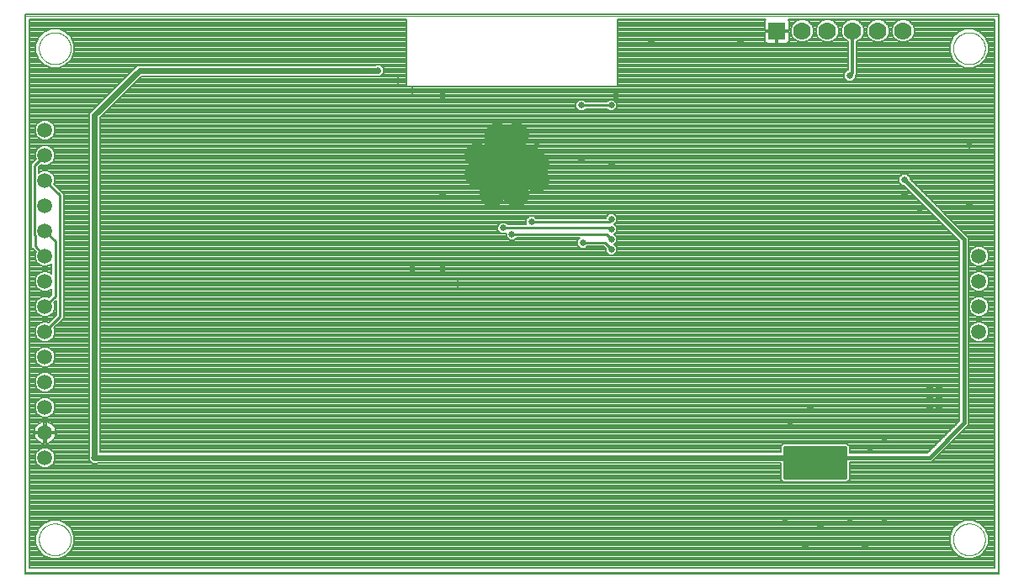
<source format=gbl>
G75*
%MOIN*%
%OFA0B0*%
%FSLAX25Y25*%
%IPPOS*%
%LPD*%
%AMOC8*
5,1,8,0,0,1.08239X$1,22.5*
%
%ADD10C,0.00000*%
%ADD11C,0.05906*%
%ADD12C,0.00500*%
%ADD13C,0.01772*%
%ADD14R,0.07000X0.07000*%
%ADD15C,0.07000*%
%ADD16C,0.02578*%
%ADD17C,0.00800*%
%ADD18C,0.10000*%
%ADD19C,0.01600*%
%ADD20C,0.02400*%
%ADD21C,0.01200*%
%ADD22C,0.01000*%
D10*
X0003000Y0010697D02*
X0003000Y0231169D01*
X0388827Y0231169D01*
X0388827Y0010697D01*
X0003000Y0010697D01*
X0008512Y0023492D02*
X0008514Y0023650D01*
X0008520Y0023808D01*
X0008530Y0023966D01*
X0008544Y0024124D01*
X0008562Y0024281D01*
X0008583Y0024438D01*
X0008609Y0024594D01*
X0008639Y0024750D01*
X0008672Y0024905D01*
X0008710Y0025058D01*
X0008751Y0025211D01*
X0008796Y0025363D01*
X0008845Y0025514D01*
X0008898Y0025663D01*
X0008954Y0025811D01*
X0009014Y0025957D01*
X0009078Y0026102D01*
X0009146Y0026245D01*
X0009217Y0026387D01*
X0009291Y0026527D01*
X0009369Y0026664D01*
X0009451Y0026800D01*
X0009535Y0026934D01*
X0009624Y0027065D01*
X0009715Y0027194D01*
X0009810Y0027321D01*
X0009907Y0027446D01*
X0010008Y0027568D01*
X0010112Y0027687D01*
X0010219Y0027804D01*
X0010329Y0027918D01*
X0010442Y0028029D01*
X0010557Y0028138D01*
X0010675Y0028243D01*
X0010796Y0028345D01*
X0010919Y0028445D01*
X0011045Y0028541D01*
X0011173Y0028634D01*
X0011303Y0028724D01*
X0011436Y0028810D01*
X0011571Y0028894D01*
X0011707Y0028973D01*
X0011846Y0029050D01*
X0011987Y0029122D01*
X0012129Y0029192D01*
X0012273Y0029257D01*
X0012419Y0029319D01*
X0012566Y0029377D01*
X0012715Y0029432D01*
X0012865Y0029483D01*
X0013016Y0029530D01*
X0013168Y0029573D01*
X0013321Y0029612D01*
X0013476Y0029648D01*
X0013631Y0029679D01*
X0013787Y0029707D01*
X0013943Y0029731D01*
X0014100Y0029751D01*
X0014258Y0029767D01*
X0014415Y0029779D01*
X0014574Y0029787D01*
X0014732Y0029791D01*
X0014890Y0029791D01*
X0015048Y0029787D01*
X0015207Y0029779D01*
X0015364Y0029767D01*
X0015522Y0029751D01*
X0015679Y0029731D01*
X0015835Y0029707D01*
X0015991Y0029679D01*
X0016146Y0029648D01*
X0016301Y0029612D01*
X0016454Y0029573D01*
X0016606Y0029530D01*
X0016757Y0029483D01*
X0016907Y0029432D01*
X0017056Y0029377D01*
X0017203Y0029319D01*
X0017349Y0029257D01*
X0017493Y0029192D01*
X0017635Y0029122D01*
X0017776Y0029050D01*
X0017915Y0028973D01*
X0018051Y0028894D01*
X0018186Y0028810D01*
X0018319Y0028724D01*
X0018449Y0028634D01*
X0018577Y0028541D01*
X0018703Y0028445D01*
X0018826Y0028345D01*
X0018947Y0028243D01*
X0019065Y0028138D01*
X0019180Y0028029D01*
X0019293Y0027918D01*
X0019403Y0027804D01*
X0019510Y0027687D01*
X0019614Y0027568D01*
X0019715Y0027446D01*
X0019812Y0027321D01*
X0019907Y0027194D01*
X0019998Y0027065D01*
X0020087Y0026934D01*
X0020171Y0026800D01*
X0020253Y0026664D01*
X0020331Y0026527D01*
X0020405Y0026387D01*
X0020476Y0026245D01*
X0020544Y0026102D01*
X0020608Y0025957D01*
X0020668Y0025811D01*
X0020724Y0025663D01*
X0020777Y0025514D01*
X0020826Y0025363D01*
X0020871Y0025211D01*
X0020912Y0025058D01*
X0020950Y0024905D01*
X0020983Y0024750D01*
X0021013Y0024594D01*
X0021039Y0024438D01*
X0021060Y0024281D01*
X0021078Y0024124D01*
X0021092Y0023966D01*
X0021102Y0023808D01*
X0021108Y0023650D01*
X0021110Y0023492D01*
X0021108Y0023334D01*
X0021102Y0023176D01*
X0021092Y0023018D01*
X0021078Y0022860D01*
X0021060Y0022703D01*
X0021039Y0022546D01*
X0021013Y0022390D01*
X0020983Y0022234D01*
X0020950Y0022079D01*
X0020912Y0021926D01*
X0020871Y0021773D01*
X0020826Y0021621D01*
X0020777Y0021470D01*
X0020724Y0021321D01*
X0020668Y0021173D01*
X0020608Y0021027D01*
X0020544Y0020882D01*
X0020476Y0020739D01*
X0020405Y0020597D01*
X0020331Y0020457D01*
X0020253Y0020320D01*
X0020171Y0020184D01*
X0020087Y0020050D01*
X0019998Y0019919D01*
X0019907Y0019790D01*
X0019812Y0019663D01*
X0019715Y0019538D01*
X0019614Y0019416D01*
X0019510Y0019297D01*
X0019403Y0019180D01*
X0019293Y0019066D01*
X0019180Y0018955D01*
X0019065Y0018846D01*
X0018947Y0018741D01*
X0018826Y0018639D01*
X0018703Y0018539D01*
X0018577Y0018443D01*
X0018449Y0018350D01*
X0018319Y0018260D01*
X0018186Y0018174D01*
X0018051Y0018090D01*
X0017915Y0018011D01*
X0017776Y0017934D01*
X0017635Y0017862D01*
X0017493Y0017792D01*
X0017349Y0017727D01*
X0017203Y0017665D01*
X0017056Y0017607D01*
X0016907Y0017552D01*
X0016757Y0017501D01*
X0016606Y0017454D01*
X0016454Y0017411D01*
X0016301Y0017372D01*
X0016146Y0017336D01*
X0015991Y0017305D01*
X0015835Y0017277D01*
X0015679Y0017253D01*
X0015522Y0017233D01*
X0015364Y0017217D01*
X0015207Y0017205D01*
X0015048Y0017197D01*
X0014890Y0017193D01*
X0014732Y0017193D01*
X0014574Y0017197D01*
X0014415Y0017205D01*
X0014258Y0017217D01*
X0014100Y0017233D01*
X0013943Y0017253D01*
X0013787Y0017277D01*
X0013631Y0017305D01*
X0013476Y0017336D01*
X0013321Y0017372D01*
X0013168Y0017411D01*
X0013016Y0017454D01*
X0012865Y0017501D01*
X0012715Y0017552D01*
X0012566Y0017607D01*
X0012419Y0017665D01*
X0012273Y0017727D01*
X0012129Y0017792D01*
X0011987Y0017862D01*
X0011846Y0017934D01*
X0011707Y0018011D01*
X0011571Y0018090D01*
X0011436Y0018174D01*
X0011303Y0018260D01*
X0011173Y0018350D01*
X0011045Y0018443D01*
X0010919Y0018539D01*
X0010796Y0018639D01*
X0010675Y0018741D01*
X0010557Y0018846D01*
X0010442Y0018955D01*
X0010329Y0019066D01*
X0010219Y0019180D01*
X0010112Y0019297D01*
X0010008Y0019416D01*
X0009907Y0019538D01*
X0009810Y0019663D01*
X0009715Y0019790D01*
X0009624Y0019919D01*
X0009535Y0020050D01*
X0009451Y0020184D01*
X0009369Y0020320D01*
X0009291Y0020457D01*
X0009217Y0020597D01*
X0009146Y0020739D01*
X0009078Y0020882D01*
X0009014Y0021027D01*
X0008954Y0021173D01*
X0008898Y0021321D01*
X0008845Y0021470D01*
X0008796Y0021621D01*
X0008751Y0021773D01*
X0008710Y0021926D01*
X0008672Y0022079D01*
X0008639Y0022234D01*
X0008609Y0022390D01*
X0008583Y0022546D01*
X0008562Y0022703D01*
X0008544Y0022860D01*
X0008530Y0023018D01*
X0008520Y0023176D01*
X0008514Y0023334D01*
X0008512Y0023492D01*
X0008512Y0218374D02*
X0008514Y0218532D01*
X0008520Y0218690D01*
X0008530Y0218848D01*
X0008544Y0219006D01*
X0008562Y0219163D01*
X0008583Y0219320D01*
X0008609Y0219476D01*
X0008639Y0219632D01*
X0008672Y0219787D01*
X0008710Y0219940D01*
X0008751Y0220093D01*
X0008796Y0220245D01*
X0008845Y0220396D01*
X0008898Y0220545D01*
X0008954Y0220693D01*
X0009014Y0220839D01*
X0009078Y0220984D01*
X0009146Y0221127D01*
X0009217Y0221269D01*
X0009291Y0221409D01*
X0009369Y0221546D01*
X0009451Y0221682D01*
X0009535Y0221816D01*
X0009624Y0221947D01*
X0009715Y0222076D01*
X0009810Y0222203D01*
X0009907Y0222328D01*
X0010008Y0222450D01*
X0010112Y0222569D01*
X0010219Y0222686D01*
X0010329Y0222800D01*
X0010442Y0222911D01*
X0010557Y0223020D01*
X0010675Y0223125D01*
X0010796Y0223227D01*
X0010919Y0223327D01*
X0011045Y0223423D01*
X0011173Y0223516D01*
X0011303Y0223606D01*
X0011436Y0223692D01*
X0011571Y0223776D01*
X0011707Y0223855D01*
X0011846Y0223932D01*
X0011987Y0224004D01*
X0012129Y0224074D01*
X0012273Y0224139D01*
X0012419Y0224201D01*
X0012566Y0224259D01*
X0012715Y0224314D01*
X0012865Y0224365D01*
X0013016Y0224412D01*
X0013168Y0224455D01*
X0013321Y0224494D01*
X0013476Y0224530D01*
X0013631Y0224561D01*
X0013787Y0224589D01*
X0013943Y0224613D01*
X0014100Y0224633D01*
X0014258Y0224649D01*
X0014415Y0224661D01*
X0014574Y0224669D01*
X0014732Y0224673D01*
X0014890Y0224673D01*
X0015048Y0224669D01*
X0015207Y0224661D01*
X0015364Y0224649D01*
X0015522Y0224633D01*
X0015679Y0224613D01*
X0015835Y0224589D01*
X0015991Y0224561D01*
X0016146Y0224530D01*
X0016301Y0224494D01*
X0016454Y0224455D01*
X0016606Y0224412D01*
X0016757Y0224365D01*
X0016907Y0224314D01*
X0017056Y0224259D01*
X0017203Y0224201D01*
X0017349Y0224139D01*
X0017493Y0224074D01*
X0017635Y0224004D01*
X0017776Y0223932D01*
X0017915Y0223855D01*
X0018051Y0223776D01*
X0018186Y0223692D01*
X0018319Y0223606D01*
X0018449Y0223516D01*
X0018577Y0223423D01*
X0018703Y0223327D01*
X0018826Y0223227D01*
X0018947Y0223125D01*
X0019065Y0223020D01*
X0019180Y0222911D01*
X0019293Y0222800D01*
X0019403Y0222686D01*
X0019510Y0222569D01*
X0019614Y0222450D01*
X0019715Y0222328D01*
X0019812Y0222203D01*
X0019907Y0222076D01*
X0019998Y0221947D01*
X0020087Y0221816D01*
X0020171Y0221682D01*
X0020253Y0221546D01*
X0020331Y0221409D01*
X0020405Y0221269D01*
X0020476Y0221127D01*
X0020544Y0220984D01*
X0020608Y0220839D01*
X0020668Y0220693D01*
X0020724Y0220545D01*
X0020777Y0220396D01*
X0020826Y0220245D01*
X0020871Y0220093D01*
X0020912Y0219940D01*
X0020950Y0219787D01*
X0020983Y0219632D01*
X0021013Y0219476D01*
X0021039Y0219320D01*
X0021060Y0219163D01*
X0021078Y0219006D01*
X0021092Y0218848D01*
X0021102Y0218690D01*
X0021108Y0218532D01*
X0021110Y0218374D01*
X0021108Y0218216D01*
X0021102Y0218058D01*
X0021092Y0217900D01*
X0021078Y0217742D01*
X0021060Y0217585D01*
X0021039Y0217428D01*
X0021013Y0217272D01*
X0020983Y0217116D01*
X0020950Y0216961D01*
X0020912Y0216808D01*
X0020871Y0216655D01*
X0020826Y0216503D01*
X0020777Y0216352D01*
X0020724Y0216203D01*
X0020668Y0216055D01*
X0020608Y0215909D01*
X0020544Y0215764D01*
X0020476Y0215621D01*
X0020405Y0215479D01*
X0020331Y0215339D01*
X0020253Y0215202D01*
X0020171Y0215066D01*
X0020087Y0214932D01*
X0019998Y0214801D01*
X0019907Y0214672D01*
X0019812Y0214545D01*
X0019715Y0214420D01*
X0019614Y0214298D01*
X0019510Y0214179D01*
X0019403Y0214062D01*
X0019293Y0213948D01*
X0019180Y0213837D01*
X0019065Y0213728D01*
X0018947Y0213623D01*
X0018826Y0213521D01*
X0018703Y0213421D01*
X0018577Y0213325D01*
X0018449Y0213232D01*
X0018319Y0213142D01*
X0018186Y0213056D01*
X0018051Y0212972D01*
X0017915Y0212893D01*
X0017776Y0212816D01*
X0017635Y0212744D01*
X0017493Y0212674D01*
X0017349Y0212609D01*
X0017203Y0212547D01*
X0017056Y0212489D01*
X0016907Y0212434D01*
X0016757Y0212383D01*
X0016606Y0212336D01*
X0016454Y0212293D01*
X0016301Y0212254D01*
X0016146Y0212218D01*
X0015991Y0212187D01*
X0015835Y0212159D01*
X0015679Y0212135D01*
X0015522Y0212115D01*
X0015364Y0212099D01*
X0015207Y0212087D01*
X0015048Y0212079D01*
X0014890Y0212075D01*
X0014732Y0212075D01*
X0014574Y0212079D01*
X0014415Y0212087D01*
X0014258Y0212099D01*
X0014100Y0212115D01*
X0013943Y0212135D01*
X0013787Y0212159D01*
X0013631Y0212187D01*
X0013476Y0212218D01*
X0013321Y0212254D01*
X0013168Y0212293D01*
X0013016Y0212336D01*
X0012865Y0212383D01*
X0012715Y0212434D01*
X0012566Y0212489D01*
X0012419Y0212547D01*
X0012273Y0212609D01*
X0012129Y0212674D01*
X0011987Y0212744D01*
X0011846Y0212816D01*
X0011707Y0212893D01*
X0011571Y0212972D01*
X0011436Y0213056D01*
X0011303Y0213142D01*
X0011173Y0213232D01*
X0011045Y0213325D01*
X0010919Y0213421D01*
X0010796Y0213521D01*
X0010675Y0213623D01*
X0010557Y0213728D01*
X0010442Y0213837D01*
X0010329Y0213948D01*
X0010219Y0214062D01*
X0010112Y0214179D01*
X0010008Y0214298D01*
X0009907Y0214420D01*
X0009810Y0214545D01*
X0009715Y0214672D01*
X0009624Y0214801D01*
X0009535Y0214932D01*
X0009451Y0215066D01*
X0009369Y0215202D01*
X0009291Y0215339D01*
X0009217Y0215479D01*
X0009146Y0215621D01*
X0009078Y0215764D01*
X0009014Y0215909D01*
X0008954Y0216055D01*
X0008898Y0216203D01*
X0008845Y0216352D01*
X0008796Y0216503D01*
X0008751Y0216655D01*
X0008710Y0216808D01*
X0008672Y0216961D01*
X0008639Y0217116D01*
X0008609Y0217272D01*
X0008583Y0217428D01*
X0008562Y0217585D01*
X0008544Y0217742D01*
X0008530Y0217900D01*
X0008520Y0218058D01*
X0008514Y0218216D01*
X0008512Y0218374D01*
X0370717Y0218374D02*
X0370719Y0218532D01*
X0370725Y0218690D01*
X0370735Y0218848D01*
X0370749Y0219006D01*
X0370767Y0219163D01*
X0370788Y0219320D01*
X0370814Y0219476D01*
X0370844Y0219632D01*
X0370877Y0219787D01*
X0370915Y0219940D01*
X0370956Y0220093D01*
X0371001Y0220245D01*
X0371050Y0220396D01*
X0371103Y0220545D01*
X0371159Y0220693D01*
X0371219Y0220839D01*
X0371283Y0220984D01*
X0371351Y0221127D01*
X0371422Y0221269D01*
X0371496Y0221409D01*
X0371574Y0221546D01*
X0371656Y0221682D01*
X0371740Y0221816D01*
X0371829Y0221947D01*
X0371920Y0222076D01*
X0372015Y0222203D01*
X0372112Y0222328D01*
X0372213Y0222450D01*
X0372317Y0222569D01*
X0372424Y0222686D01*
X0372534Y0222800D01*
X0372647Y0222911D01*
X0372762Y0223020D01*
X0372880Y0223125D01*
X0373001Y0223227D01*
X0373124Y0223327D01*
X0373250Y0223423D01*
X0373378Y0223516D01*
X0373508Y0223606D01*
X0373641Y0223692D01*
X0373776Y0223776D01*
X0373912Y0223855D01*
X0374051Y0223932D01*
X0374192Y0224004D01*
X0374334Y0224074D01*
X0374478Y0224139D01*
X0374624Y0224201D01*
X0374771Y0224259D01*
X0374920Y0224314D01*
X0375070Y0224365D01*
X0375221Y0224412D01*
X0375373Y0224455D01*
X0375526Y0224494D01*
X0375681Y0224530D01*
X0375836Y0224561D01*
X0375992Y0224589D01*
X0376148Y0224613D01*
X0376305Y0224633D01*
X0376463Y0224649D01*
X0376620Y0224661D01*
X0376779Y0224669D01*
X0376937Y0224673D01*
X0377095Y0224673D01*
X0377253Y0224669D01*
X0377412Y0224661D01*
X0377569Y0224649D01*
X0377727Y0224633D01*
X0377884Y0224613D01*
X0378040Y0224589D01*
X0378196Y0224561D01*
X0378351Y0224530D01*
X0378506Y0224494D01*
X0378659Y0224455D01*
X0378811Y0224412D01*
X0378962Y0224365D01*
X0379112Y0224314D01*
X0379261Y0224259D01*
X0379408Y0224201D01*
X0379554Y0224139D01*
X0379698Y0224074D01*
X0379840Y0224004D01*
X0379981Y0223932D01*
X0380120Y0223855D01*
X0380256Y0223776D01*
X0380391Y0223692D01*
X0380524Y0223606D01*
X0380654Y0223516D01*
X0380782Y0223423D01*
X0380908Y0223327D01*
X0381031Y0223227D01*
X0381152Y0223125D01*
X0381270Y0223020D01*
X0381385Y0222911D01*
X0381498Y0222800D01*
X0381608Y0222686D01*
X0381715Y0222569D01*
X0381819Y0222450D01*
X0381920Y0222328D01*
X0382017Y0222203D01*
X0382112Y0222076D01*
X0382203Y0221947D01*
X0382292Y0221816D01*
X0382376Y0221682D01*
X0382458Y0221546D01*
X0382536Y0221409D01*
X0382610Y0221269D01*
X0382681Y0221127D01*
X0382749Y0220984D01*
X0382813Y0220839D01*
X0382873Y0220693D01*
X0382929Y0220545D01*
X0382982Y0220396D01*
X0383031Y0220245D01*
X0383076Y0220093D01*
X0383117Y0219940D01*
X0383155Y0219787D01*
X0383188Y0219632D01*
X0383218Y0219476D01*
X0383244Y0219320D01*
X0383265Y0219163D01*
X0383283Y0219006D01*
X0383297Y0218848D01*
X0383307Y0218690D01*
X0383313Y0218532D01*
X0383315Y0218374D01*
X0383313Y0218216D01*
X0383307Y0218058D01*
X0383297Y0217900D01*
X0383283Y0217742D01*
X0383265Y0217585D01*
X0383244Y0217428D01*
X0383218Y0217272D01*
X0383188Y0217116D01*
X0383155Y0216961D01*
X0383117Y0216808D01*
X0383076Y0216655D01*
X0383031Y0216503D01*
X0382982Y0216352D01*
X0382929Y0216203D01*
X0382873Y0216055D01*
X0382813Y0215909D01*
X0382749Y0215764D01*
X0382681Y0215621D01*
X0382610Y0215479D01*
X0382536Y0215339D01*
X0382458Y0215202D01*
X0382376Y0215066D01*
X0382292Y0214932D01*
X0382203Y0214801D01*
X0382112Y0214672D01*
X0382017Y0214545D01*
X0381920Y0214420D01*
X0381819Y0214298D01*
X0381715Y0214179D01*
X0381608Y0214062D01*
X0381498Y0213948D01*
X0381385Y0213837D01*
X0381270Y0213728D01*
X0381152Y0213623D01*
X0381031Y0213521D01*
X0380908Y0213421D01*
X0380782Y0213325D01*
X0380654Y0213232D01*
X0380524Y0213142D01*
X0380391Y0213056D01*
X0380256Y0212972D01*
X0380120Y0212893D01*
X0379981Y0212816D01*
X0379840Y0212744D01*
X0379698Y0212674D01*
X0379554Y0212609D01*
X0379408Y0212547D01*
X0379261Y0212489D01*
X0379112Y0212434D01*
X0378962Y0212383D01*
X0378811Y0212336D01*
X0378659Y0212293D01*
X0378506Y0212254D01*
X0378351Y0212218D01*
X0378196Y0212187D01*
X0378040Y0212159D01*
X0377884Y0212135D01*
X0377727Y0212115D01*
X0377569Y0212099D01*
X0377412Y0212087D01*
X0377253Y0212079D01*
X0377095Y0212075D01*
X0376937Y0212075D01*
X0376779Y0212079D01*
X0376620Y0212087D01*
X0376463Y0212099D01*
X0376305Y0212115D01*
X0376148Y0212135D01*
X0375992Y0212159D01*
X0375836Y0212187D01*
X0375681Y0212218D01*
X0375526Y0212254D01*
X0375373Y0212293D01*
X0375221Y0212336D01*
X0375070Y0212383D01*
X0374920Y0212434D01*
X0374771Y0212489D01*
X0374624Y0212547D01*
X0374478Y0212609D01*
X0374334Y0212674D01*
X0374192Y0212744D01*
X0374051Y0212816D01*
X0373912Y0212893D01*
X0373776Y0212972D01*
X0373641Y0213056D01*
X0373508Y0213142D01*
X0373378Y0213232D01*
X0373250Y0213325D01*
X0373124Y0213421D01*
X0373001Y0213521D01*
X0372880Y0213623D01*
X0372762Y0213728D01*
X0372647Y0213837D01*
X0372534Y0213948D01*
X0372424Y0214062D01*
X0372317Y0214179D01*
X0372213Y0214298D01*
X0372112Y0214420D01*
X0372015Y0214545D01*
X0371920Y0214672D01*
X0371829Y0214801D01*
X0371740Y0214932D01*
X0371656Y0215066D01*
X0371574Y0215202D01*
X0371496Y0215339D01*
X0371422Y0215479D01*
X0371351Y0215621D01*
X0371283Y0215764D01*
X0371219Y0215909D01*
X0371159Y0216055D01*
X0371103Y0216203D01*
X0371050Y0216352D01*
X0371001Y0216503D01*
X0370956Y0216655D01*
X0370915Y0216808D01*
X0370877Y0216961D01*
X0370844Y0217116D01*
X0370814Y0217272D01*
X0370788Y0217428D01*
X0370767Y0217585D01*
X0370749Y0217742D01*
X0370735Y0217900D01*
X0370725Y0218058D01*
X0370719Y0218216D01*
X0370717Y0218374D01*
X0370717Y0023492D02*
X0370719Y0023650D01*
X0370725Y0023808D01*
X0370735Y0023966D01*
X0370749Y0024124D01*
X0370767Y0024281D01*
X0370788Y0024438D01*
X0370814Y0024594D01*
X0370844Y0024750D01*
X0370877Y0024905D01*
X0370915Y0025058D01*
X0370956Y0025211D01*
X0371001Y0025363D01*
X0371050Y0025514D01*
X0371103Y0025663D01*
X0371159Y0025811D01*
X0371219Y0025957D01*
X0371283Y0026102D01*
X0371351Y0026245D01*
X0371422Y0026387D01*
X0371496Y0026527D01*
X0371574Y0026664D01*
X0371656Y0026800D01*
X0371740Y0026934D01*
X0371829Y0027065D01*
X0371920Y0027194D01*
X0372015Y0027321D01*
X0372112Y0027446D01*
X0372213Y0027568D01*
X0372317Y0027687D01*
X0372424Y0027804D01*
X0372534Y0027918D01*
X0372647Y0028029D01*
X0372762Y0028138D01*
X0372880Y0028243D01*
X0373001Y0028345D01*
X0373124Y0028445D01*
X0373250Y0028541D01*
X0373378Y0028634D01*
X0373508Y0028724D01*
X0373641Y0028810D01*
X0373776Y0028894D01*
X0373912Y0028973D01*
X0374051Y0029050D01*
X0374192Y0029122D01*
X0374334Y0029192D01*
X0374478Y0029257D01*
X0374624Y0029319D01*
X0374771Y0029377D01*
X0374920Y0029432D01*
X0375070Y0029483D01*
X0375221Y0029530D01*
X0375373Y0029573D01*
X0375526Y0029612D01*
X0375681Y0029648D01*
X0375836Y0029679D01*
X0375992Y0029707D01*
X0376148Y0029731D01*
X0376305Y0029751D01*
X0376463Y0029767D01*
X0376620Y0029779D01*
X0376779Y0029787D01*
X0376937Y0029791D01*
X0377095Y0029791D01*
X0377253Y0029787D01*
X0377412Y0029779D01*
X0377569Y0029767D01*
X0377727Y0029751D01*
X0377884Y0029731D01*
X0378040Y0029707D01*
X0378196Y0029679D01*
X0378351Y0029648D01*
X0378506Y0029612D01*
X0378659Y0029573D01*
X0378811Y0029530D01*
X0378962Y0029483D01*
X0379112Y0029432D01*
X0379261Y0029377D01*
X0379408Y0029319D01*
X0379554Y0029257D01*
X0379698Y0029192D01*
X0379840Y0029122D01*
X0379981Y0029050D01*
X0380120Y0028973D01*
X0380256Y0028894D01*
X0380391Y0028810D01*
X0380524Y0028724D01*
X0380654Y0028634D01*
X0380782Y0028541D01*
X0380908Y0028445D01*
X0381031Y0028345D01*
X0381152Y0028243D01*
X0381270Y0028138D01*
X0381385Y0028029D01*
X0381498Y0027918D01*
X0381608Y0027804D01*
X0381715Y0027687D01*
X0381819Y0027568D01*
X0381920Y0027446D01*
X0382017Y0027321D01*
X0382112Y0027194D01*
X0382203Y0027065D01*
X0382292Y0026934D01*
X0382376Y0026800D01*
X0382458Y0026664D01*
X0382536Y0026527D01*
X0382610Y0026387D01*
X0382681Y0026245D01*
X0382749Y0026102D01*
X0382813Y0025957D01*
X0382873Y0025811D01*
X0382929Y0025663D01*
X0382982Y0025514D01*
X0383031Y0025363D01*
X0383076Y0025211D01*
X0383117Y0025058D01*
X0383155Y0024905D01*
X0383188Y0024750D01*
X0383218Y0024594D01*
X0383244Y0024438D01*
X0383265Y0024281D01*
X0383283Y0024124D01*
X0383297Y0023966D01*
X0383307Y0023808D01*
X0383313Y0023650D01*
X0383315Y0023492D01*
X0383313Y0023334D01*
X0383307Y0023176D01*
X0383297Y0023018D01*
X0383283Y0022860D01*
X0383265Y0022703D01*
X0383244Y0022546D01*
X0383218Y0022390D01*
X0383188Y0022234D01*
X0383155Y0022079D01*
X0383117Y0021926D01*
X0383076Y0021773D01*
X0383031Y0021621D01*
X0382982Y0021470D01*
X0382929Y0021321D01*
X0382873Y0021173D01*
X0382813Y0021027D01*
X0382749Y0020882D01*
X0382681Y0020739D01*
X0382610Y0020597D01*
X0382536Y0020457D01*
X0382458Y0020320D01*
X0382376Y0020184D01*
X0382292Y0020050D01*
X0382203Y0019919D01*
X0382112Y0019790D01*
X0382017Y0019663D01*
X0381920Y0019538D01*
X0381819Y0019416D01*
X0381715Y0019297D01*
X0381608Y0019180D01*
X0381498Y0019066D01*
X0381385Y0018955D01*
X0381270Y0018846D01*
X0381152Y0018741D01*
X0381031Y0018639D01*
X0380908Y0018539D01*
X0380782Y0018443D01*
X0380654Y0018350D01*
X0380524Y0018260D01*
X0380391Y0018174D01*
X0380256Y0018090D01*
X0380120Y0018011D01*
X0379981Y0017934D01*
X0379840Y0017862D01*
X0379698Y0017792D01*
X0379554Y0017727D01*
X0379408Y0017665D01*
X0379261Y0017607D01*
X0379112Y0017552D01*
X0378962Y0017501D01*
X0378811Y0017454D01*
X0378659Y0017411D01*
X0378506Y0017372D01*
X0378351Y0017336D01*
X0378196Y0017305D01*
X0378040Y0017277D01*
X0377884Y0017253D01*
X0377727Y0017233D01*
X0377569Y0017217D01*
X0377412Y0017205D01*
X0377253Y0017197D01*
X0377095Y0017193D01*
X0376937Y0017193D01*
X0376779Y0017197D01*
X0376620Y0017205D01*
X0376463Y0017217D01*
X0376305Y0017233D01*
X0376148Y0017253D01*
X0375992Y0017277D01*
X0375836Y0017305D01*
X0375681Y0017336D01*
X0375526Y0017372D01*
X0375373Y0017411D01*
X0375221Y0017454D01*
X0375070Y0017501D01*
X0374920Y0017552D01*
X0374771Y0017607D01*
X0374624Y0017665D01*
X0374478Y0017727D01*
X0374334Y0017792D01*
X0374192Y0017862D01*
X0374051Y0017934D01*
X0373912Y0018011D01*
X0373776Y0018090D01*
X0373641Y0018174D01*
X0373508Y0018260D01*
X0373378Y0018350D01*
X0373250Y0018443D01*
X0373124Y0018539D01*
X0373001Y0018639D01*
X0372880Y0018741D01*
X0372762Y0018846D01*
X0372647Y0018955D01*
X0372534Y0019066D01*
X0372424Y0019180D01*
X0372317Y0019297D01*
X0372213Y0019416D01*
X0372112Y0019538D01*
X0372015Y0019663D01*
X0371920Y0019790D01*
X0371829Y0019919D01*
X0371740Y0020050D01*
X0371656Y0020184D01*
X0371574Y0020320D01*
X0371496Y0020457D01*
X0371422Y0020597D01*
X0371351Y0020739D01*
X0371283Y0020882D01*
X0371219Y0021027D01*
X0371159Y0021173D01*
X0371103Y0021321D01*
X0371050Y0021470D01*
X0371001Y0021621D01*
X0370956Y0021773D01*
X0370915Y0021926D01*
X0370877Y0022079D01*
X0370844Y0022234D01*
X0370814Y0022390D01*
X0370788Y0022546D01*
X0370767Y0022703D01*
X0370749Y0022860D01*
X0370735Y0023018D01*
X0370725Y0023176D01*
X0370719Y0023334D01*
X0370717Y0023492D01*
D11*
X0380913Y0105933D03*
X0380913Y0115933D03*
X0380913Y0125933D03*
X0380913Y0135933D03*
X0010913Y0135933D03*
X0010913Y0145933D03*
X0010913Y0155933D03*
X0010913Y0165933D03*
X0010913Y0175933D03*
X0010913Y0185933D03*
X0010913Y0125933D03*
X0010913Y0115933D03*
X0010913Y0105933D03*
X0010913Y0095933D03*
X0010913Y0085933D03*
X0010913Y0075933D03*
X0010913Y0065933D03*
X0010913Y0055933D03*
D12*
X0003000Y0010028D02*
X0003000Y0231839D01*
X0388827Y0231839D01*
X0388827Y0010028D01*
X0003000Y0010028D01*
D13*
X0190244Y0165815D03*
X0187291Y0168768D03*
X0190244Y0171819D03*
X0187291Y0174772D03*
X0190244Y0177823D03*
X0193197Y0174772D03*
X0196248Y0177626D03*
X0199299Y0174772D03*
X0196248Y0171819D03*
X0193197Y0168768D03*
X0196248Y0165815D03*
X0199299Y0168768D03*
D14*
X0300835Y0225264D03*
D15*
X0310835Y0225264D03*
X0320835Y0225264D03*
X0330835Y0225264D03*
X0340835Y0225264D03*
X0350835Y0225264D03*
D16*
X0329772Y0207547D03*
X0286465Y0221327D03*
X0251031Y0221327D03*
X0237252Y0199673D03*
X0235283Y0195736D03*
X0223472Y0195736D03*
X0205756Y0179988D03*
X0197882Y0183925D03*
X0190008Y0183925D03*
X0182134Y0176051D03*
X0182134Y0168177D03*
X0188039Y0160303D03*
X0197882Y0160303D03*
X0205756Y0166209D03*
X0205756Y0172114D03*
X0223472Y0174083D03*
X0235283Y0172114D03*
X0235283Y0150461D03*
X0235283Y0146524D03*
X0235283Y0142587D03*
X0235283Y0138650D03*
X0224177Y0141323D03*
X0203787Y0149471D03*
X0195913Y0144555D03*
X0192534Y0147082D03*
X0168354Y0160303D03*
X0168354Y0130776D03*
X0174260Y0124870D03*
X0156543Y0130776D03*
X0168354Y0199673D03*
X0156543Y0201642D03*
X0150638Y0205579D03*
X0142764Y0209516D03*
X0314024Y0075658D03*
X0306150Y0069752D03*
X0308118Y0057941D03*
X0312055Y0055973D03*
X0315992Y0055973D03*
X0319929Y0055973D03*
X0323866Y0055973D03*
X0323866Y0052036D03*
X0319929Y0052036D03*
X0315992Y0052036D03*
X0337646Y0059910D03*
X0343551Y0063847D03*
X0361268Y0075658D03*
X0365205Y0075658D03*
X0365205Y0079595D03*
X0365205Y0083532D03*
X0361268Y0083532D03*
X0361268Y0079595D03*
X0343551Y0030382D03*
X0329772Y0030382D03*
X0317961Y0028414D03*
X0312055Y0020540D03*
X0304181Y0030382D03*
X0335677Y0020540D03*
X0357331Y0154398D03*
X0351425Y0160303D03*
X0351425Y0166209D03*
X0377016Y0156366D03*
X0377016Y0179988D03*
X0030559Y0055973D03*
D17*
X0028270Y0056212D02*
X0014866Y0056212D01*
X0014866Y0056719D02*
X0014264Y0058172D01*
X0013152Y0059284D01*
X0011700Y0059886D01*
X0010127Y0059886D01*
X0008674Y0059284D01*
X0007562Y0058172D01*
X0006961Y0056719D01*
X0006961Y0055147D01*
X0007562Y0053694D01*
X0008674Y0052582D01*
X0010127Y0051980D01*
X0011700Y0051980D01*
X0013152Y0052582D01*
X0014264Y0053694D01*
X0014866Y0055147D01*
X0014866Y0056719D01*
X0014746Y0057011D02*
X0028359Y0057011D01*
X0028359Y0057010D02*
X0028270Y0056921D01*
X0028270Y0055024D01*
X0029611Y0053684D01*
X0031507Y0053684D01*
X0031596Y0053773D01*
X0302381Y0053773D01*
X0302381Y0047353D01*
X0303436Y0046299D01*
X0328549Y0046299D01*
X0329603Y0047353D01*
X0329603Y0054173D01*
X0362013Y0054173D01*
X0375793Y0067952D01*
X0376847Y0069007D01*
X0376847Y0143332D01*
X0353714Y0166465D01*
X0353714Y0167157D01*
X0352373Y0168498D01*
X0350477Y0168498D01*
X0349136Y0167157D01*
X0349136Y0165261D01*
X0350477Y0163920D01*
X0351169Y0163920D01*
X0373247Y0141841D01*
X0373247Y0070498D01*
X0360522Y0057773D01*
X0329603Y0057773D01*
X0329603Y0060655D01*
X0328549Y0061710D01*
X0303436Y0061710D01*
X0302381Y0060655D01*
X0302381Y0058173D01*
X0032759Y0058173D01*
X0032759Y0190888D01*
X0049187Y0207316D01*
X0141727Y0207316D01*
X0141816Y0207227D01*
X0143712Y0207227D01*
X0145053Y0208568D01*
X0145053Y0210464D01*
X0143712Y0211805D01*
X0141816Y0211805D01*
X0141727Y0211716D01*
X0047364Y0211716D01*
X0028359Y0192711D01*
X0028359Y0057010D01*
X0028359Y0057809D02*
X0014415Y0057809D01*
X0013829Y0058608D02*
X0028359Y0058608D01*
X0028359Y0059406D02*
X0012858Y0059406D01*
X0011933Y0061688D02*
X0012584Y0061899D01*
X0013195Y0062210D01*
X0013749Y0062613D01*
X0014233Y0063098D01*
X0014636Y0063652D01*
X0014947Y0064262D01*
X0015159Y0064914D01*
X0015257Y0065533D01*
X0011313Y0065533D01*
X0011313Y0061590D01*
X0011933Y0061688D01*
X0012284Y0061802D02*
X0028359Y0061802D01*
X0028359Y0062600D02*
X0013731Y0062600D01*
X0014452Y0063399D02*
X0028359Y0063399D01*
X0028359Y0064197D02*
X0014914Y0064197D01*
X0015172Y0064996D02*
X0028359Y0064996D01*
X0028359Y0065794D02*
X0011313Y0065794D01*
X0011313Y0065533D02*
X0011313Y0066333D01*
X0010513Y0066333D01*
X0010513Y0065533D01*
X0006570Y0065533D01*
X0006668Y0064914D01*
X0006880Y0064262D01*
X0007191Y0063652D01*
X0007593Y0063098D01*
X0008078Y0062613D01*
X0008632Y0062210D01*
X0009242Y0061899D01*
X0009894Y0061688D01*
X0010513Y0061590D01*
X0010513Y0065533D01*
X0011313Y0065533D01*
X0011313Y0064996D02*
X0010513Y0064996D01*
X0010513Y0065794D02*
X0004650Y0065794D01*
X0004650Y0064996D02*
X0006655Y0064996D01*
X0006913Y0064197D02*
X0004650Y0064197D01*
X0004650Y0063399D02*
X0007374Y0063399D01*
X0008095Y0062600D02*
X0004650Y0062600D01*
X0004650Y0061802D02*
X0009543Y0061802D01*
X0010513Y0061802D02*
X0011313Y0061802D01*
X0011313Y0062600D02*
X0010513Y0062600D01*
X0010513Y0063399D02*
X0011313Y0063399D01*
X0011313Y0064197D02*
X0010513Y0064197D01*
X0010513Y0066333D02*
X0006570Y0066333D01*
X0006668Y0066952D01*
X0006880Y0067604D01*
X0007191Y0068215D01*
X0007593Y0068769D01*
X0008078Y0069253D01*
X0008632Y0069656D01*
X0009242Y0069967D01*
X0009894Y0070179D01*
X0010513Y0070277D01*
X0010513Y0066333D01*
X0010513Y0066593D02*
X0011313Y0066593D01*
X0011313Y0066333D02*
X0011313Y0070277D01*
X0011933Y0070179D01*
X0012584Y0069967D01*
X0013195Y0069656D01*
X0013749Y0069253D01*
X0014233Y0068769D01*
X0014636Y0068215D01*
X0014947Y0067604D01*
X0015159Y0066952D01*
X0015257Y0066333D01*
X0011313Y0066333D01*
X0011313Y0067391D02*
X0010513Y0067391D01*
X0010513Y0068190D02*
X0011313Y0068190D01*
X0011313Y0068988D02*
X0010513Y0068988D01*
X0010513Y0069787D02*
X0011313Y0069787D01*
X0012938Y0069787D02*
X0028359Y0069787D01*
X0028359Y0070585D02*
X0004650Y0070585D01*
X0004650Y0069787D02*
X0008889Y0069787D01*
X0007813Y0068988D02*
X0004650Y0068988D01*
X0004650Y0068190D02*
X0007178Y0068190D01*
X0006810Y0067391D02*
X0004650Y0067391D01*
X0004650Y0066593D02*
X0006611Y0066593D01*
X0004650Y0071384D02*
X0028359Y0071384D01*
X0028359Y0072182D02*
X0012187Y0072182D01*
X0011700Y0071980D02*
X0013152Y0072582D01*
X0014264Y0073694D01*
X0014866Y0075147D01*
X0014866Y0076719D01*
X0014264Y0078172D01*
X0013152Y0079284D01*
X0011700Y0079886D01*
X0010127Y0079886D01*
X0008674Y0079284D01*
X0007562Y0078172D01*
X0006961Y0076719D01*
X0006961Y0075147D01*
X0007562Y0073694D01*
X0008674Y0072582D01*
X0010127Y0071980D01*
X0011700Y0071980D01*
X0009640Y0072182D02*
X0004650Y0072182D01*
X0004650Y0072981D02*
X0008276Y0072981D01*
X0007527Y0073779D02*
X0004650Y0073779D01*
X0004650Y0074578D02*
X0007196Y0074578D01*
X0006961Y0075376D02*
X0004650Y0075376D01*
X0004650Y0076175D02*
X0006961Y0076175D01*
X0007066Y0076973D02*
X0004650Y0076973D01*
X0004650Y0077772D02*
X0007397Y0077772D01*
X0007961Y0078570D02*
X0004650Y0078570D01*
X0004650Y0079369D02*
X0008879Y0079369D01*
X0010127Y0081980D02*
X0011700Y0081980D01*
X0013152Y0082582D01*
X0014264Y0083694D01*
X0014866Y0085147D01*
X0014866Y0086719D01*
X0014264Y0088172D01*
X0013152Y0089284D01*
X0011700Y0089886D01*
X0010127Y0089886D01*
X0008674Y0089284D01*
X0007562Y0088172D01*
X0006961Y0086719D01*
X0006961Y0085147D01*
X0007562Y0083694D01*
X0008674Y0082582D01*
X0010127Y0081980D01*
X0008721Y0082563D02*
X0004650Y0082563D01*
X0004650Y0081765D02*
X0028359Y0081765D01*
X0028359Y0082563D02*
X0013106Y0082563D01*
X0013932Y0083362D02*
X0028359Y0083362D01*
X0028359Y0084160D02*
X0014457Y0084160D01*
X0014788Y0084959D02*
X0028359Y0084959D01*
X0028359Y0085757D02*
X0014866Y0085757D01*
X0014866Y0086556D02*
X0028359Y0086556D01*
X0028359Y0087354D02*
X0014603Y0087354D01*
X0014273Y0088153D02*
X0028359Y0088153D01*
X0028359Y0088951D02*
X0013486Y0088951D01*
X0012029Y0089750D02*
X0028359Y0089750D01*
X0028359Y0090548D02*
X0004650Y0090548D01*
X0004650Y0089750D02*
X0009798Y0089750D01*
X0008341Y0088951D02*
X0004650Y0088951D01*
X0004650Y0088153D02*
X0007554Y0088153D01*
X0007223Y0087354D02*
X0004650Y0087354D01*
X0004650Y0086556D02*
X0006961Y0086556D01*
X0006961Y0085757D02*
X0004650Y0085757D01*
X0004650Y0084959D02*
X0007039Y0084959D01*
X0007369Y0084160D02*
X0004650Y0084160D01*
X0004650Y0083362D02*
X0007895Y0083362D01*
X0004650Y0080966D02*
X0028359Y0080966D01*
X0028359Y0080167D02*
X0004650Y0080167D01*
X0012948Y0079369D02*
X0028359Y0079369D01*
X0028359Y0078570D02*
X0013866Y0078570D01*
X0014430Y0077772D02*
X0028359Y0077772D01*
X0028359Y0076973D02*
X0014761Y0076973D01*
X0014866Y0076175D02*
X0028359Y0076175D01*
X0028359Y0075376D02*
X0014866Y0075376D01*
X0014630Y0074578D02*
X0028359Y0074578D01*
X0028359Y0073779D02*
X0014300Y0073779D01*
X0013551Y0072981D02*
X0028359Y0072981D01*
X0028359Y0068988D02*
X0014014Y0068988D01*
X0014649Y0068190D02*
X0028359Y0068190D01*
X0028359Y0067391D02*
X0015016Y0067391D01*
X0015216Y0066593D02*
X0028359Y0066593D01*
X0032759Y0066593D02*
X0369342Y0066593D01*
X0368544Y0065794D02*
X0032759Y0065794D01*
X0032759Y0064996D02*
X0367745Y0064996D01*
X0366947Y0064197D02*
X0032759Y0064197D01*
X0032759Y0063399D02*
X0366148Y0063399D01*
X0365350Y0062600D02*
X0032759Y0062600D01*
X0032759Y0061802D02*
X0364551Y0061802D01*
X0363753Y0061003D02*
X0329255Y0061003D01*
X0329603Y0060205D02*
X0362954Y0060205D01*
X0362156Y0059406D02*
X0329603Y0059406D01*
X0329603Y0058608D02*
X0361357Y0058608D01*
X0360559Y0057809D02*
X0329603Y0057809D01*
X0329603Y0053817D02*
X0387177Y0053817D01*
X0387177Y0054615D02*
X0362456Y0054615D01*
X0363254Y0055414D02*
X0387177Y0055414D01*
X0387177Y0056212D02*
X0364053Y0056212D01*
X0364851Y0057011D02*
X0387177Y0057011D01*
X0387177Y0057809D02*
X0365650Y0057809D01*
X0366448Y0058608D02*
X0387177Y0058608D01*
X0387177Y0059406D02*
X0367247Y0059406D01*
X0368045Y0060205D02*
X0387177Y0060205D01*
X0387177Y0061003D02*
X0368844Y0061003D01*
X0369642Y0061802D02*
X0387177Y0061802D01*
X0387177Y0062600D02*
X0370441Y0062600D01*
X0371239Y0063399D02*
X0387177Y0063399D01*
X0387177Y0064197D02*
X0372038Y0064197D01*
X0372836Y0064996D02*
X0387177Y0064996D01*
X0387177Y0065794D02*
X0373635Y0065794D01*
X0374434Y0066593D02*
X0387177Y0066593D01*
X0387177Y0067391D02*
X0375232Y0067391D01*
X0376031Y0068190D02*
X0387177Y0068190D01*
X0387177Y0068988D02*
X0376829Y0068988D01*
X0376847Y0069787D02*
X0387177Y0069787D01*
X0387177Y0070585D02*
X0376847Y0070585D01*
X0376847Y0071384D02*
X0387177Y0071384D01*
X0387177Y0072182D02*
X0376847Y0072182D01*
X0376847Y0072981D02*
X0387177Y0072981D01*
X0387177Y0073779D02*
X0376847Y0073779D01*
X0376847Y0074578D02*
X0387177Y0074578D01*
X0387177Y0075376D02*
X0376847Y0075376D01*
X0376847Y0076175D02*
X0387177Y0076175D01*
X0387177Y0076973D02*
X0376847Y0076973D01*
X0376847Y0077772D02*
X0387177Y0077772D01*
X0387177Y0078570D02*
X0376847Y0078570D01*
X0376847Y0079369D02*
X0387177Y0079369D01*
X0387177Y0080167D02*
X0376847Y0080167D01*
X0376847Y0080966D02*
X0387177Y0080966D01*
X0387177Y0081765D02*
X0376847Y0081765D01*
X0376847Y0082563D02*
X0387177Y0082563D01*
X0387177Y0083362D02*
X0376847Y0083362D01*
X0376847Y0084160D02*
X0387177Y0084160D01*
X0387177Y0084959D02*
X0376847Y0084959D01*
X0376847Y0085757D02*
X0387177Y0085757D01*
X0387177Y0086556D02*
X0376847Y0086556D01*
X0376847Y0087354D02*
X0387177Y0087354D01*
X0387177Y0088153D02*
X0376847Y0088153D01*
X0376847Y0088951D02*
X0387177Y0088951D01*
X0387177Y0089750D02*
X0376847Y0089750D01*
X0376847Y0090548D02*
X0387177Y0090548D01*
X0387177Y0091347D02*
X0376847Y0091347D01*
X0376847Y0092145D02*
X0387177Y0092145D01*
X0387177Y0092944D02*
X0376847Y0092944D01*
X0376847Y0093742D02*
X0387177Y0093742D01*
X0387177Y0094541D02*
X0376847Y0094541D01*
X0376847Y0095339D02*
X0387177Y0095339D01*
X0387177Y0096138D02*
X0376847Y0096138D01*
X0376847Y0096936D02*
X0387177Y0096936D01*
X0387177Y0097735D02*
X0376847Y0097735D01*
X0376847Y0098533D02*
X0387177Y0098533D01*
X0387177Y0099332D02*
X0376847Y0099332D01*
X0376847Y0100130D02*
X0387177Y0100130D01*
X0387177Y0100929D02*
X0376847Y0100929D01*
X0376847Y0101727D02*
X0387177Y0101727D01*
X0387177Y0102526D02*
X0383016Y0102526D01*
X0383152Y0102582D02*
X0384264Y0103694D01*
X0384866Y0105147D01*
X0384866Y0106719D01*
X0384264Y0108172D01*
X0383152Y0109284D01*
X0381700Y0109886D01*
X0380127Y0109886D01*
X0378674Y0109284D01*
X0377562Y0108172D01*
X0376961Y0106719D01*
X0376961Y0105147D01*
X0377562Y0103694D01*
X0378674Y0102582D01*
X0380127Y0101980D01*
X0381700Y0101980D01*
X0383152Y0102582D01*
X0383895Y0103324D02*
X0387177Y0103324D01*
X0387177Y0104123D02*
X0384442Y0104123D01*
X0384773Y0104921D02*
X0387177Y0104921D01*
X0387177Y0105720D02*
X0384866Y0105720D01*
X0384866Y0106518D02*
X0387177Y0106518D01*
X0387177Y0107317D02*
X0384619Y0107317D01*
X0384288Y0108115D02*
X0387177Y0108115D01*
X0387177Y0108914D02*
X0383523Y0108914D01*
X0382119Y0109712D02*
X0387177Y0109712D01*
X0387177Y0110511D02*
X0376847Y0110511D01*
X0376847Y0111309D02*
X0387177Y0111309D01*
X0387177Y0112108D02*
X0382007Y0112108D01*
X0381700Y0111980D02*
X0383152Y0112582D01*
X0384264Y0113694D01*
X0384866Y0115147D01*
X0384866Y0116719D01*
X0384264Y0118172D01*
X0383152Y0119284D01*
X0381700Y0119886D01*
X0380127Y0119886D01*
X0378674Y0119284D01*
X0377562Y0118172D01*
X0376961Y0116719D01*
X0376961Y0115147D01*
X0377562Y0113694D01*
X0378674Y0112582D01*
X0380127Y0111980D01*
X0381700Y0111980D01*
X0379819Y0112108D02*
X0376847Y0112108D01*
X0376847Y0112906D02*
X0378350Y0112906D01*
X0377558Y0113705D02*
X0376847Y0113705D01*
X0376847Y0114503D02*
X0377227Y0114503D01*
X0376961Y0115302D02*
X0376847Y0115302D01*
X0376847Y0116100D02*
X0376961Y0116100D01*
X0377035Y0116899D02*
X0376847Y0116899D01*
X0376847Y0117698D02*
X0377366Y0117698D01*
X0376847Y0118496D02*
X0377886Y0118496D01*
X0378699Y0119295D02*
X0376847Y0119295D01*
X0376847Y0120093D02*
X0387177Y0120093D01*
X0387177Y0119295D02*
X0383127Y0119295D01*
X0383941Y0118496D02*
X0387177Y0118496D01*
X0387177Y0117698D02*
X0384461Y0117698D01*
X0384792Y0116899D02*
X0387177Y0116899D01*
X0387177Y0116100D02*
X0384866Y0116100D01*
X0384866Y0115302D02*
X0387177Y0115302D01*
X0387177Y0114503D02*
X0384600Y0114503D01*
X0384269Y0113705D02*
X0387177Y0113705D01*
X0387177Y0112906D02*
X0383477Y0112906D01*
X0379708Y0109712D02*
X0376847Y0109712D01*
X0376847Y0108914D02*
X0378304Y0108914D01*
X0377539Y0108115D02*
X0376847Y0108115D01*
X0376847Y0107317D02*
X0377208Y0107317D01*
X0376961Y0106518D02*
X0376847Y0106518D01*
X0376847Y0105720D02*
X0376961Y0105720D01*
X0377054Y0104921D02*
X0376847Y0104921D01*
X0376847Y0104123D02*
X0377385Y0104123D01*
X0376847Y0103324D02*
X0377932Y0103324D01*
X0378811Y0102526D02*
X0376847Y0102526D01*
X0373247Y0102526D02*
X0032759Y0102526D01*
X0032759Y0103324D02*
X0373247Y0103324D01*
X0373247Y0104123D02*
X0032759Y0104123D01*
X0032759Y0104921D02*
X0373247Y0104921D01*
X0373247Y0105720D02*
X0032759Y0105720D01*
X0032759Y0106518D02*
X0373247Y0106518D01*
X0373247Y0107317D02*
X0032759Y0107317D01*
X0032759Y0108115D02*
X0373247Y0108115D01*
X0373247Y0108914D02*
X0032759Y0108914D01*
X0032759Y0109712D02*
X0373247Y0109712D01*
X0373247Y0110511D02*
X0032759Y0110511D01*
X0032759Y0111309D02*
X0373247Y0111309D01*
X0373247Y0112108D02*
X0032759Y0112108D01*
X0032759Y0112906D02*
X0373247Y0112906D01*
X0373247Y0113705D02*
X0032759Y0113705D01*
X0032759Y0114503D02*
X0373247Y0114503D01*
X0373247Y0115302D02*
X0032759Y0115302D01*
X0032759Y0116100D02*
X0373247Y0116100D01*
X0373247Y0116899D02*
X0032759Y0116899D01*
X0032759Y0117698D02*
X0373247Y0117698D01*
X0373247Y0118496D02*
X0032759Y0118496D01*
X0032759Y0119295D02*
X0373247Y0119295D01*
X0373247Y0120093D02*
X0032759Y0120093D01*
X0032759Y0120892D02*
X0373247Y0120892D01*
X0373247Y0121690D02*
X0032759Y0121690D01*
X0032759Y0122489D02*
X0373247Y0122489D01*
X0373247Y0123287D02*
X0032759Y0123287D01*
X0032759Y0124086D02*
X0373247Y0124086D01*
X0373247Y0124884D02*
X0032759Y0124884D01*
X0032759Y0125683D02*
X0373247Y0125683D01*
X0373247Y0126481D02*
X0032759Y0126481D01*
X0032759Y0127280D02*
X0373247Y0127280D01*
X0373247Y0128078D02*
X0032759Y0128078D01*
X0032759Y0128877D02*
X0373247Y0128877D01*
X0373247Y0129675D02*
X0032759Y0129675D01*
X0032759Y0130474D02*
X0373247Y0130474D01*
X0373247Y0131272D02*
X0032759Y0131272D01*
X0032759Y0132071D02*
X0373247Y0132071D01*
X0373247Y0132869D02*
X0032759Y0132869D01*
X0032759Y0133668D02*
X0373247Y0133668D01*
X0373247Y0134466D02*
X0032759Y0134466D01*
X0032759Y0135265D02*
X0373247Y0135265D01*
X0373247Y0136063D02*
X0032759Y0136063D01*
X0032759Y0136862D02*
X0233834Y0136862D01*
X0234335Y0136361D02*
X0236232Y0136361D01*
X0237572Y0137702D01*
X0237572Y0139598D01*
X0236552Y0140618D01*
X0237572Y0141639D01*
X0237572Y0143535D01*
X0236552Y0144555D01*
X0237572Y0145576D01*
X0237572Y0147472D01*
X0236552Y0148492D01*
X0237572Y0149513D01*
X0237572Y0151409D01*
X0236232Y0152750D01*
X0234335Y0152750D01*
X0232994Y0151409D01*
X0232994Y0150971D01*
X0205524Y0150971D01*
X0204736Y0151760D01*
X0202839Y0151760D01*
X0201498Y0150419D01*
X0201498Y0148582D01*
X0194271Y0148582D01*
X0193482Y0149371D01*
X0191586Y0149371D01*
X0190245Y0148030D01*
X0190245Y0146134D01*
X0191586Y0144793D01*
X0193482Y0144793D01*
X0193624Y0144935D01*
X0193624Y0143607D01*
X0194965Y0142266D01*
X0196862Y0142266D01*
X0197650Y0143055D01*
X0222672Y0143055D01*
X0221888Y0142271D01*
X0221888Y0140375D01*
X0223229Y0139034D01*
X0225126Y0139034D01*
X0225915Y0139823D01*
X0231989Y0139823D01*
X0232994Y0138817D01*
X0232994Y0137702D01*
X0234335Y0136361D01*
X0233036Y0137660D02*
X0032759Y0137660D01*
X0032759Y0138459D02*
X0232994Y0138459D01*
X0232555Y0139257D02*
X0225349Y0139257D01*
X0223006Y0139257D02*
X0032759Y0139257D01*
X0032759Y0140056D02*
X0222208Y0140056D01*
X0221888Y0140854D02*
X0032759Y0140854D01*
X0032759Y0141653D02*
X0221888Y0141653D01*
X0222068Y0142451D02*
X0197047Y0142451D01*
X0194780Y0142451D02*
X0032759Y0142451D01*
X0032759Y0143250D02*
X0193982Y0143250D01*
X0193624Y0144048D02*
X0032759Y0144048D01*
X0032759Y0144847D02*
X0191532Y0144847D01*
X0190733Y0145645D02*
X0032759Y0145645D01*
X0032759Y0146444D02*
X0190245Y0146444D01*
X0190245Y0147242D02*
X0032759Y0147242D01*
X0032759Y0148041D02*
X0190256Y0148041D01*
X0191055Y0148839D02*
X0032759Y0148839D01*
X0032759Y0149638D02*
X0201498Y0149638D01*
X0201498Y0148839D02*
X0194014Y0148839D01*
X0193624Y0144847D02*
X0193537Y0144847D01*
X0201516Y0150436D02*
X0032759Y0150436D01*
X0032759Y0151235D02*
X0202315Y0151235D01*
X0205260Y0151235D02*
X0232994Y0151235D01*
X0233619Y0152034D02*
X0032759Y0152034D01*
X0032759Y0152832D02*
X0362256Y0152832D01*
X0361458Y0153631D02*
X0032759Y0153631D01*
X0032759Y0154429D02*
X0360659Y0154429D01*
X0359861Y0155228D02*
X0032759Y0155228D01*
X0032759Y0156026D02*
X0359062Y0156026D01*
X0358264Y0156825D02*
X0032759Y0156825D01*
X0032759Y0157623D02*
X0357465Y0157623D01*
X0356667Y0158422D02*
X0032759Y0158422D01*
X0032759Y0159220D02*
X0355868Y0159220D01*
X0355070Y0160019D02*
X0032759Y0160019D01*
X0032759Y0160817D02*
X0354271Y0160817D01*
X0353473Y0161616D02*
X0032759Y0161616D01*
X0032759Y0162414D02*
X0352674Y0162414D01*
X0351876Y0163213D02*
X0032759Y0163213D01*
X0032759Y0164011D02*
X0188829Y0164011D01*
X0188787Y0164040D02*
X0189161Y0163789D01*
X0189577Y0163617D01*
X0190019Y0163529D01*
X0190244Y0163529D01*
X0190244Y0165815D01*
X0190244Y0165815D01*
X0187958Y0165815D01*
X0187958Y0165590D01*
X0188046Y0165148D01*
X0188218Y0164732D01*
X0188469Y0164358D01*
X0188787Y0164040D01*
X0188186Y0164810D02*
X0032759Y0164810D01*
X0032759Y0165608D02*
X0187958Y0165608D01*
X0187958Y0165815D02*
X0190244Y0165815D01*
X0190244Y0165815D01*
X0190244Y0163529D01*
X0190469Y0163529D01*
X0190911Y0163617D01*
X0191327Y0163789D01*
X0191701Y0164040D01*
X0192020Y0164358D01*
X0192270Y0164732D01*
X0192442Y0165148D01*
X0192530Y0165590D01*
X0192530Y0165815D01*
X0190244Y0165815D01*
X0190244Y0165815D01*
X0190244Y0168101D01*
X0190019Y0168101D01*
X0189577Y0168013D01*
X0189427Y0167951D01*
X0189489Y0168101D01*
X0189577Y0168543D01*
X0189577Y0168768D01*
X0189577Y0168993D01*
X0189489Y0169435D01*
X0189378Y0169704D01*
X0189577Y0169621D01*
X0190019Y0169533D01*
X0190244Y0169533D01*
X0190244Y0171819D01*
X0187958Y0171819D01*
X0187958Y0171594D01*
X0188046Y0171152D01*
X0188158Y0170883D01*
X0187958Y0170966D01*
X0187516Y0171054D01*
X0187291Y0171054D01*
X0187066Y0171054D01*
X0186625Y0170966D01*
X0186209Y0170794D01*
X0185834Y0170543D01*
X0185516Y0170225D01*
X0185266Y0169851D01*
X0185093Y0169435D01*
X0185006Y0168993D01*
X0185005Y0168768D01*
X0187291Y0168768D01*
X0187291Y0168768D01*
X0187291Y0171054D01*
X0187291Y0168768D01*
X0187291Y0168768D01*
X0185006Y0168768D01*
X0185006Y0168543D01*
X0185093Y0168101D01*
X0185266Y0167685D01*
X0185516Y0167311D01*
X0185834Y0166992D01*
X0186209Y0166742D01*
X0186625Y0166570D01*
X0187066Y0166482D01*
X0187291Y0166482D01*
X0187291Y0168768D01*
X0187291Y0168768D01*
X0187291Y0166482D01*
X0187516Y0166482D01*
X0187958Y0166570D01*
X0188108Y0166632D01*
X0188046Y0166482D01*
X0187958Y0166040D01*
X0187958Y0165815D01*
X0188031Y0166407D02*
X0032759Y0166407D01*
X0032759Y0167205D02*
X0185621Y0167205D01*
X0185134Y0168004D02*
X0032759Y0168004D01*
X0032759Y0168802D02*
X0185006Y0168802D01*
X0185162Y0169601D02*
X0032759Y0169601D01*
X0032759Y0170399D02*
X0185690Y0170399D01*
X0187291Y0170399D02*
X0187291Y0170399D01*
X0187291Y0169601D02*
X0187291Y0169601D01*
X0187291Y0168802D02*
X0187291Y0168802D01*
X0187291Y0168768D02*
X0189577Y0168768D01*
X0187291Y0168768D01*
X0187291Y0168768D01*
X0187291Y0168004D02*
X0187291Y0168004D01*
X0187291Y0167205D02*
X0187291Y0167205D01*
X0189449Y0168004D02*
X0189555Y0168004D01*
X0190244Y0168004D02*
X0190244Y0168004D01*
X0190244Y0168101D02*
X0190244Y0165815D01*
X0190244Y0165815D01*
X0192530Y0165815D01*
X0192530Y0166040D01*
X0192442Y0166482D01*
X0192380Y0166632D01*
X0192530Y0166570D01*
X0192972Y0166482D01*
X0193197Y0166482D01*
X0193422Y0166482D01*
X0193864Y0166570D01*
X0194133Y0166681D01*
X0194050Y0166482D01*
X0193962Y0166040D01*
X0193962Y0165815D01*
X0193962Y0165590D01*
X0194050Y0165148D01*
X0194222Y0164732D01*
X0194473Y0164358D01*
X0194791Y0164040D01*
X0195165Y0163789D01*
X0195581Y0163617D01*
X0196023Y0163529D01*
X0196248Y0163529D01*
X0196248Y0165815D01*
X0196248Y0165815D01*
X0196248Y0163529D01*
X0196473Y0163529D01*
X0196915Y0163617D01*
X0197331Y0163789D01*
X0197705Y0164040D01*
X0198024Y0164358D01*
X0198274Y0164732D01*
X0198446Y0165148D01*
X0198534Y0165590D01*
X0198534Y0165815D01*
X0196248Y0165815D01*
X0193962Y0165815D01*
X0196248Y0165815D01*
X0196248Y0165815D01*
X0196248Y0165815D01*
X0198534Y0165815D01*
X0198534Y0166040D01*
X0198446Y0166482D01*
X0198363Y0166681D01*
X0198632Y0166570D01*
X0199074Y0166482D01*
X0199299Y0166482D01*
X0199299Y0168768D01*
X0199299Y0168768D01*
X0197013Y0168768D01*
X0197013Y0168993D01*
X0197101Y0169435D01*
X0197233Y0169753D01*
X0196915Y0169621D01*
X0196473Y0169533D01*
X0196248Y0169533D01*
X0196248Y0171819D01*
X0196248Y0171819D01*
X0193962Y0171819D01*
X0196248Y0171819D01*
X0196248Y0171819D01*
X0196248Y0169533D01*
X0196023Y0169533D01*
X0195581Y0169621D01*
X0195263Y0169753D01*
X0195395Y0169435D01*
X0195483Y0168993D01*
X0195483Y0168768D01*
X0193197Y0168768D01*
X0193197Y0168768D01*
X0193197Y0168768D01*
X0193197Y0171054D01*
X0193422Y0171054D01*
X0193864Y0170966D01*
X0194182Y0170834D01*
X0194050Y0171152D01*
X0193962Y0171594D01*
X0193962Y0171819D01*
X0193962Y0172044D01*
X0194050Y0172486D01*
X0194133Y0172685D01*
X0193864Y0172574D01*
X0193422Y0172486D01*
X0193197Y0172486D01*
X0193197Y0174772D01*
X0193197Y0174772D01*
X0193197Y0177058D01*
X0193422Y0177058D01*
X0193864Y0176970D01*
X0194083Y0176879D01*
X0194050Y0176959D01*
X0193962Y0177401D01*
X0193962Y0177626D01*
X0196248Y0177626D01*
X0196248Y0177626D01*
X0196248Y0175340D01*
X0196473Y0175340D01*
X0196915Y0175428D01*
X0197135Y0175519D01*
X0197101Y0175439D01*
X0197013Y0174997D01*
X0197013Y0174772D01*
X0199299Y0174772D01*
X0199299Y0177058D01*
X0199074Y0177058D01*
X0198632Y0176970D01*
X0198413Y0176879D01*
X0198446Y0176959D01*
X0198534Y0177401D01*
X0198534Y0177626D01*
X0196248Y0177626D01*
X0196248Y0175340D01*
X0196023Y0175340D01*
X0195581Y0175428D01*
X0195361Y0175519D01*
X0195395Y0175439D01*
X0195483Y0174997D01*
X0195483Y0174772D01*
X0193197Y0174772D01*
X0193197Y0174772D01*
X0193197Y0177058D01*
X0192972Y0177058D01*
X0192530Y0176970D01*
X0192331Y0176887D01*
X0192442Y0177156D01*
X0192530Y0177598D01*
X0192530Y0177823D01*
X0192530Y0178048D01*
X0192442Y0178490D01*
X0192270Y0178906D01*
X0192020Y0179280D01*
X0191701Y0179598D01*
X0191327Y0179849D01*
X0190911Y0180021D01*
X0190469Y0180109D01*
X0190244Y0180109D01*
X0190019Y0180109D01*
X0189577Y0180021D01*
X0189161Y0179849D01*
X0188787Y0179598D01*
X0188469Y0179280D01*
X0188218Y0178906D01*
X0188046Y0178490D01*
X0187958Y0178048D01*
X0187958Y0177823D01*
X0190244Y0177823D01*
X0190244Y0177823D01*
X0187958Y0177823D01*
X0187958Y0177598D01*
X0188046Y0177156D01*
X0188158Y0176887D01*
X0187958Y0176970D01*
X0187516Y0177058D01*
X0187291Y0177058D01*
X0187066Y0177058D01*
X0186625Y0176970D01*
X0186209Y0176797D01*
X0185834Y0176547D01*
X0185516Y0176229D01*
X0185266Y0175855D01*
X0185093Y0175439D01*
X0185006Y0174997D01*
X0185005Y0174772D01*
X0187291Y0174772D01*
X0187291Y0174772D01*
X0187291Y0177058D01*
X0187291Y0174772D01*
X0187291Y0174772D01*
X0185006Y0174772D01*
X0185006Y0174547D01*
X0185093Y0174105D01*
X0185266Y0173689D01*
X0185516Y0173315D01*
X0185834Y0172996D01*
X0186209Y0172746D01*
X0186625Y0172574D01*
X0187066Y0172486D01*
X0187291Y0172486D01*
X0187291Y0174772D01*
X0187291Y0174772D01*
X0189577Y0174772D01*
X0189577Y0174997D01*
X0189489Y0175439D01*
X0189378Y0175708D01*
X0189577Y0175625D01*
X0190019Y0175537D01*
X0190244Y0175537D01*
X0190244Y0177823D01*
X0190244Y0180109D01*
X0190244Y0177823D01*
X0190244Y0177823D01*
X0190244Y0177823D01*
X0190244Y0175537D01*
X0190469Y0175537D01*
X0190911Y0175625D01*
X0191110Y0175708D01*
X0190999Y0175439D01*
X0190911Y0174997D01*
X0190911Y0174772D01*
X0193197Y0174772D01*
X0195483Y0174772D01*
X0195483Y0174547D01*
X0195395Y0174105D01*
X0195312Y0173906D01*
X0195581Y0174017D01*
X0196023Y0174105D01*
X0196248Y0174105D01*
X0196248Y0171819D01*
X0196248Y0171819D01*
X0198534Y0171819D01*
X0198534Y0171594D01*
X0198446Y0171152D01*
X0198314Y0170834D01*
X0198632Y0170966D01*
X0199074Y0171054D01*
X0199299Y0171054D01*
X0199299Y0168768D01*
X0199299Y0168768D01*
X0197013Y0168768D01*
X0197013Y0168543D01*
X0197101Y0168101D01*
X0197184Y0167902D01*
X0196915Y0168013D01*
X0196473Y0168101D01*
X0196248Y0168101D01*
X0196248Y0165815D01*
X0196248Y0165815D01*
X0196248Y0168101D01*
X0196023Y0168101D01*
X0195581Y0168013D01*
X0195312Y0167902D01*
X0195395Y0168101D01*
X0195483Y0168543D01*
X0195483Y0168768D01*
X0193197Y0168768D01*
X0193197Y0171054D01*
X0192972Y0171054D01*
X0192530Y0170966D01*
X0192331Y0170883D01*
X0192442Y0171152D01*
X0192530Y0171594D01*
X0192530Y0171819D01*
X0190244Y0171819D01*
X0190244Y0171819D01*
X0190244Y0171819D01*
X0187958Y0171819D01*
X0187958Y0172044D01*
X0188046Y0172486D01*
X0188108Y0172636D01*
X0187958Y0172574D01*
X0187516Y0172486D01*
X0187291Y0172486D01*
X0187291Y0174772D01*
X0187291Y0174772D01*
X0189577Y0174772D01*
X0189577Y0174547D01*
X0189489Y0174105D01*
X0189427Y0173955D01*
X0189577Y0174017D01*
X0190019Y0174105D01*
X0190244Y0174105D01*
X0190244Y0171819D01*
X0190244Y0169533D01*
X0190469Y0169533D01*
X0190911Y0169621D01*
X0191110Y0169704D01*
X0190999Y0169435D01*
X0190911Y0168993D01*
X0190911Y0168768D01*
X0193197Y0168768D01*
X0193197Y0166482D01*
X0193197Y0168768D01*
X0193197Y0168768D01*
X0193197Y0168768D01*
X0190911Y0168768D01*
X0190911Y0168543D01*
X0190999Y0168101D01*
X0191061Y0167951D01*
X0190911Y0168013D01*
X0190469Y0168101D01*
X0190244Y0168101D01*
X0190933Y0168004D02*
X0191039Y0168004D01*
X0190911Y0168802D02*
X0189577Y0168802D01*
X0189679Y0169601D02*
X0189420Y0169601D01*
X0190244Y0169601D02*
X0190244Y0169601D01*
X0190809Y0169601D02*
X0191068Y0169601D01*
X0190244Y0170399D02*
X0190244Y0170399D01*
X0190244Y0171198D02*
X0190244Y0171198D01*
X0190244Y0171819D02*
X0190244Y0171819D01*
X0190244Y0171819D01*
X0190244Y0174105D01*
X0190469Y0174105D01*
X0190911Y0174017D01*
X0191061Y0173955D01*
X0190999Y0174105D01*
X0190911Y0174547D01*
X0190911Y0174772D01*
X0193197Y0174772D01*
X0193197Y0174772D01*
X0193197Y0174772D01*
X0193197Y0172486D01*
X0192972Y0172486D01*
X0192530Y0172574D01*
X0192380Y0172636D01*
X0192442Y0172486D01*
X0192530Y0172044D01*
X0192530Y0171819D01*
X0190244Y0171819D01*
X0190244Y0171996D02*
X0190244Y0171996D01*
X0190244Y0172795D02*
X0190244Y0172795D01*
X0190244Y0173593D02*
X0190244Y0173593D01*
X0189546Y0174392D02*
X0190942Y0174392D01*
X0190949Y0175190D02*
X0189539Y0175190D01*
X0190244Y0175989D02*
X0190244Y0175989D01*
X0190244Y0176787D02*
X0190244Y0176787D01*
X0190244Y0177586D02*
X0190244Y0177586D01*
X0190244Y0177823D02*
X0190244Y0177823D01*
X0192530Y0177823D01*
X0190244Y0177823D01*
X0190244Y0178384D02*
X0190244Y0178384D01*
X0190244Y0179183D02*
X0190244Y0179183D01*
X0190244Y0179981D02*
X0190244Y0179981D01*
X0189482Y0179981D02*
X0032759Y0179981D01*
X0032759Y0179183D02*
X0188404Y0179183D01*
X0188025Y0178384D02*
X0032759Y0178384D01*
X0032759Y0177586D02*
X0187961Y0177586D01*
X0187291Y0176787D02*
X0187291Y0176787D01*
X0187291Y0175989D02*
X0187291Y0175989D01*
X0187291Y0175190D02*
X0187291Y0175190D01*
X0187291Y0174392D02*
X0187291Y0174392D01*
X0187291Y0173593D02*
X0187291Y0173593D01*
X0187291Y0172795D02*
X0187291Y0172795D01*
X0187958Y0171996D02*
X0032759Y0171996D01*
X0032759Y0171198D02*
X0188037Y0171198D01*
X0186136Y0172795D02*
X0032759Y0172795D01*
X0032759Y0173593D02*
X0185330Y0173593D01*
X0185036Y0174392D02*
X0032759Y0174392D01*
X0032759Y0175190D02*
X0185044Y0175190D01*
X0185355Y0175989D02*
X0032759Y0175989D01*
X0032759Y0176787D02*
X0186193Y0176787D01*
X0191006Y0179981D02*
X0387177Y0179981D01*
X0387177Y0179183D02*
X0197924Y0179183D01*
X0198024Y0179083D02*
X0197705Y0179402D01*
X0197331Y0179652D01*
X0196915Y0179824D01*
X0196473Y0179912D01*
X0196248Y0179912D01*
X0196023Y0179912D01*
X0195581Y0179824D01*
X0195165Y0179652D01*
X0194791Y0179402D01*
X0194473Y0179083D01*
X0194222Y0178709D01*
X0194050Y0178293D01*
X0193962Y0177851D01*
X0193962Y0177626D01*
X0196248Y0177626D01*
X0196248Y0177626D01*
X0196248Y0177626D01*
X0198534Y0177626D01*
X0198534Y0177851D01*
X0198446Y0178293D01*
X0198274Y0178709D01*
X0198024Y0179083D01*
X0198408Y0178384D02*
X0387177Y0178384D01*
X0387177Y0177586D02*
X0198534Y0177586D01*
X0199299Y0177058D02*
X0199299Y0174772D01*
X0199299Y0174772D01*
X0199299Y0174772D01*
X0197013Y0174772D01*
X0197013Y0174547D01*
X0197101Y0174105D01*
X0197184Y0173906D01*
X0196915Y0174017D01*
X0196473Y0174105D01*
X0196248Y0174105D01*
X0196248Y0171819D01*
X0196248Y0171819D01*
X0198534Y0171819D01*
X0198534Y0172044D01*
X0198446Y0172486D01*
X0198363Y0172685D01*
X0198632Y0172574D01*
X0199074Y0172486D01*
X0199299Y0172486D01*
X0199299Y0174772D01*
X0201585Y0174772D01*
X0201585Y0174997D01*
X0201497Y0175439D01*
X0201325Y0175855D01*
X0201075Y0176229D01*
X0200756Y0176547D01*
X0200382Y0176797D01*
X0199966Y0176970D01*
X0199524Y0177058D01*
X0199299Y0177058D01*
X0199299Y0176787D02*
X0199299Y0176787D01*
X0199299Y0175989D02*
X0199299Y0175989D01*
X0199299Y0175190D02*
X0199299Y0175190D01*
X0199299Y0174772D02*
X0199299Y0174772D01*
X0199299Y0174772D01*
X0201585Y0174772D01*
X0201585Y0174547D01*
X0201497Y0174105D01*
X0201325Y0173689D01*
X0201075Y0173315D01*
X0200756Y0172996D01*
X0200382Y0172746D01*
X0199966Y0172574D01*
X0199524Y0172486D01*
X0199299Y0172486D01*
X0199299Y0174772D01*
X0199299Y0174392D02*
X0199299Y0174392D01*
X0199299Y0173593D02*
X0199299Y0173593D01*
X0199299Y0172795D02*
X0199299Y0172795D01*
X0198534Y0171996D02*
X0387177Y0171996D01*
X0387177Y0171198D02*
X0198455Y0171198D01*
X0199299Y0171054D02*
X0199299Y0168768D01*
X0199299Y0168768D01*
X0201585Y0168768D01*
X0201585Y0168993D01*
X0201497Y0169435D01*
X0201325Y0169851D01*
X0201075Y0170225D01*
X0200756Y0170543D01*
X0200382Y0170794D01*
X0199966Y0170966D01*
X0199524Y0171054D01*
X0199299Y0171054D01*
X0199299Y0170399D02*
X0199299Y0170399D01*
X0199299Y0169601D02*
X0199299Y0169601D01*
X0199299Y0168802D02*
X0199299Y0168802D01*
X0199299Y0168768D02*
X0199299Y0168768D01*
X0199299Y0166482D01*
X0199524Y0166482D01*
X0199966Y0166570D01*
X0200382Y0166742D01*
X0200756Y0166992D01*
X0201075Y0167311D01*
X0201325Y0167685D01*
X0201497Y0168101D01*
X0201585Y0168543D01*
X0201585Y0168768D01*
X0199299Y0168768D01*
X0199299Y0168004D02*
X0199299Y0168004D01*
X0199299Y0167205D02*
X0199299Y0167205D01*
X0198461Y0166407D02*
X0349136Y0166407D01*
X0349136Y0165608D02*
X0198534Y0165608D01*
X0198306Y0164810D02*
X0349587Y0164810D01*
X0350386Y0164011D02*
X0197663Y0164011D01*
X0196248Y0164011D02*
X0196248Y0164011D01*
X0196248Y0164810D02*
X0196248Y0164810D01*
X0196248Y0165608D02*
X0196248Y0165608D01*
X0196248Y0166407D02*
X0196248Y0166407D01*
X0196248Y0167205D02*
X0196248Y0167205D01*
X0196248Y0168004D02*
X0196248Y0168004D01*
X0195559Y0168004D02*
X0195354Y0168004D01*
X0195483Y0168802D02*
X0197013Y0168802D01*
X0196937Y0168004D02*
X0197142Y0168004D01*
X0197170Y0169601D02*
X0196813Y0169601D01*
X0196248Y0169601D02*
X0196248Y0169601D01*
X0195683Y0169601D02*
X0195326Y0169601D01*
X0196248Y0170399D02*
X0196248Y0170399D01*
X0196248Y0171198D02*
X0196248Y0171198D01*
X0196248Y0171996D02*
X0196248Y0171996D01*
X0196248Y0172795D02*
X0196248Y0172795D01*
X0196248Y0173593D02*
X0196248Y0173593D01*
X0195452Y0174392D02*
X0197044Y0174392D01*
X0197052Y0175190D02*
X0195444Y0175190D01*
X0196248Y0175989D02*
X0196248Y0175989D01*
X0196248Y0176787D02*
X0196248Y0176787D01*
X0196248Y0177586D02*
X0196248Y0177586D01*
X0196248Y0177626D02*
X0196248Y0179912D01*
X0196248Y0177626D01*
X0196248Y0177626D01*
X0196248Y0178384D02*
X0196248Y0178384D01*
X0196248Y0179183D02*
X0196248Y0179183D01*
X0194572Y0179183D02*
X0192085Y0179183D01*
X0192463Y0178384D02*
X0194088Y0178384D01*
X0193962Y0177586D02*
X0192528Y0177586D01*
X0193197Y0176787D02*
X0193197Y0176787D01*
X0193197Y0175989D02*
X0193197Y0175989D01*
X0193197Y0175190D02*
X0193197Y0175190D01*
X0193197Y0174392D02*
X0193197Y0174392D01*
X0193197Y0173593D02*
X0193197Y0173593D01*
X0193197Y0172795D02*
X0193197Y0172795D01*
X0192530Y0171996D02*
X0193962Y0171996D01*
X0194041Y0171198D02*
X0192451Y0171198D01*
X0193197Y0170399D02*
X0193197Y0170399D01*
X0193197Y0169601D02*
X0193197Y0169601D01*
X0193197Y0168802D02*
X0193197Y0168802D01*
X0193197Y0168004D02*
X0193197Y0168004D01*
X0193197Y0167205D02*
X0193197Y0167205D01*
X0192457Y0166407D02*
X0194035Y0166407D01*
X0193962Y0165608D02*
X0192530Y0165608D01*
X0192302Y0164810D02*
X0194190Y0164810D01*
X0194833Y0164011D02*
X0191659Y0164011D01*
X0190244Y0164011D02*
X0190244Y0164011D01*
X0190244Y0164810D02*
X0190244Y0164810D01*
X0190244Y0165608D02*
X0190244Y0165608D01*
X0190244Y0166407D02*
X0190244Y0166407D01*
X0190244Y0167205D02*
X0190244Y0167205D01*
X0200969Y0167205D02*
X0349185Y0167205D01*
X0349983Y0168004D02*
X0201457Y0168004D01*
X0201585Y0168802D02*
X0387177Y0168802D01*
X0387177Y0168004D02*
X0352867Y0168004D01*
X0353666Y0167205D02*
X0387177Y0167205D01*
X0387177Y0166407D02*
X0353773Y0166407D01*
X0354571Y0165608D02*
X0387177Y0165608D01*
X0387177Y0164810D02*
X0355370Y0164810D01*
X0356168Y0164011D02*
X0387177Y0164011D01*
X0387177Y0163213D02*
X0356967Y0163213D01*
X0357765Y0162414D02*
X0387177Y0162414D01*
X0387177Y0161616D02*
X0358564Y0161616D01*
X0359362Y0160817D02*
X0387177Y0160817D01*
X0387177Y0160019D02*
X0360161Y0160019D01*
X0360959Y0159220D02*
X0387177Y0159220D01*
X0387177Y0158422D02*
X0361758Y0158422D01*
X0362556Y0157623D02*
X0387177Y0157623D01*
X0387177Y0156825D02*
X0363355Y0156825D01*
X0364154Y0156026D02*
X0387177Y0156026D01*
X0387177Y0155228D02*
X0364952Y0155228D01*
X0365751Y0154429D02*
X0387177Y0154429D01*
X0387177Y0153631D02*
X0366549Y0153631D01*
X0367348Y0152832D02*
X0387177Y0152832D01*
X0387177Y0152034D02*
X0368146Y0152034D01*
X0368945Y0151235D02*
X0387177Y0151235D01*
X0387177Y0150436D02*
X0369743Y0150436D01*
X0370542Y0149638D02*
X0387177Y0149638D01*
X0387177Y0148839D02*
X0371340Y0148839D01*
X0372139Y0148041D02*
X0387177Y0148041D01*
X0387177Y0147242D02*
X0372937Y0147242D01*
X0373736Y0146444D02*
X0387177Y0146444D01*
X0387177Y0145645D02*
X0374534Y0145645D01*
X0375333Y0144847D02*
X0387177Y0144847D01*
X0387177Y0144048D02*
X0376131Y0144048D01*
X0376847Y0143250D02*
X0387177Y0143250D01*
X0387177Y0142451D02*
X0376847Y0142451D01*
X0376847Y0141653D02*
X0387177Y0141653D01*
X0387177Y0140854D02*
X0376847Y0140854D01*
X0376847Y0140056D02*
X0387177Y0140056D01*
X0387177Y0139257D02*
X0383179Y0139257D01*
X0383152Y0139284D02*
X0381700Y0139886D01*
X0380127Y0139886D01*
X0378674Y0139284D01*
X0377562Y0138172D01*
X0376961Y0136719D01*
X0376961Y0135147D01*
X0377562Y0133694D01*
X0378674Y0132582D01*
X0380127Y0131980D01*
X0381700Y0131980D01*
X0383152Y0132582D01*
X0384264Y0133694D01*
X0384866Y0135147D01*
X0384866Y0136719D01*
X0384264Y0138172D01*
X0383152Y0139284D01*
X0383978Y0138459D02*
X0387177Y0138459D01*
X0387177Y0137660D02*
X0384476Y0137660D01*
X0384807Y0136862D02*
X0387177Y0136862D01*
X0387177Y0136063D02*
X0384866Y0136063D01*
X0384866Y0135265D02*
X0387177Y0135265D01*
X0387177Y0134466D02*
X0384584Y0134466D01*
X0384238Y0133668D02*
X0387177Y0133668D01*
X0387177Y0132869D02*
X0383439Y0132869D01*
X0381918Y0132071D02*
X0387177Y0132071D01*
X0387177Y0131272D02*
X0376847Y0131272D01*
X0376847Y0130474D02*
X0387177Y0130474D01*
X0387177Y0129675D02*
X0382209Y0129675D01*
X0381700Y0129886D02*
X0380127Y0129886D01*
X0378674Y0129284D01*
X0377562Y0128172D01*
X0376961Y0126719D01*
X0376961Y0125147D01*
X0377562Y0123694D01*
X0378674Y0122582D01*
X0380127Y0121980D01*
X0381700Y0121980D01*
X0383152Y0122582D01*
X0384264Y0123694D01*
X0384866Y0125147D01*
X0384866Y0126719D01*
X0384264Y0128172D01*
X0383152Y0129284D01*
X0381700Y0129886D01*
X0379618Y0129675D02*
X0376847Y0129675D01*
X0376847Y0128877D02*
X0378267Y0128877D01*
X0377523Y0128078D02*
X0376847Y0128078D01*
X0376847Y0127280D02*
X0377193Y0127280D01*
X0376961Y0126481D02*
X0376847Y0126481D01*
X0376847Y0125683D02*
X0376961Y0125683D01*
X0377070Y0124884D02*
X0376847Y0124884D01*
X0376847Y0124086D02*
X0377400Y0124086D01*
X0376847Y0123287D02*
X0377969Y0123287D01*
X0378900Y0122489D02*
X0376847Y0122489D01*
X0376847Y0121690D02*
X0387177Y0121690D01*
X0387177Y0120892D02*
X0376847Y0120892D01*
X0382926Y0122489D02*
X0387177Y0122489D01*
X0387177Y0123287D02*
X0383857Y0123287D01*
X0384427Y0124086D02*
X0387177Y0124086D01*
X0387177Y0124884D02*
X0384757Y0124884D01*
X0384866Y0125683D02*
X0387177Y0125683D01*
X0387177Y0126481D02*
X0384866Y0126481D01*
X0384634Y0127280D02*
X0387177Y0127280D01*
X0387177Y0128078D02*
X0384303Y0128078D01*
X0383560Y0128877D02*
X0387177Y0128877D01*
X0379909Y0132071D02*
X0376847Y0132071D01*
X0376847Y0132869D02*
X0378387Y0132869D01*
X0377589Y0133668D02*
X0376847Y0133668D01*
X0376847Y0134466D02*
X0377243Y0134466D01*
X0376961Y0135265D02*
X0376847Y0135265D01*
X0376847Y0136063D02*
X0376961Y0136063D01*
X0377020Y0136862D02*
X0376847Y0136862D01*
X0376847Y0137660D02*
X0377350Y0137660D01*
X0377849Y0138459D02*
X0376847Y0138459D01*
X0376847Y0139257D02*
X0378647Y0139257D01*
X0373247Y0139257D02*
X0237572Y0139257D01*
X0237572Y0138459D02*
X0373247Y0138459D01*
X0373247Y0137660D02*
X0237531Y0137660D01*
X0236733Y0136862D02*
X0373247Y0136862D01*
X0373247Y0140056D02*
X0237114Y0140056D01*
X0236788Y0140854D02*
X0373247Y0140854D01*
X0373247Y0141653D02*
X0237572Y0141653D01*
X0237572Y0142451D02*
X0372637Y0142451D01*
X0371839Y0143250D02*
X0237572Y0143250D01*
X0237059Y0144048D02*
X0371040Y0144048D01*
X0370242Y0144847D02*
X0236844Y0144847D01*
X0237572Y0145645D02*
X0369443Y0145645D01*
X0368644Y0146444D02*
X0237572Y0146444D01*
X0237572Y0147242D02*
X0367846Y0147242D01*
X0367047Y0148041D02*
X0237003Y0148041D01*
X0236899Y0148839D02*
X0366249Y0148839D01*
X0365450Y0149638D02*
X0237572Y0149638D01*
X0237572Y0150436D02*
X0364652Y0150436D01*
X0363853Y0151235D02*
X0237572Y0151235D01*
X0236948Y0152034D02*
X0363055Y0152034D01*
X0387177Y0169601D02*
X0201428Y0169601D01*
X0200900Y0170399D02*
X0387177Y0170399D01*
X0387177Y0172795D02*
X0200455Y0172795D01*
X0201261Y0173593D02*
X0387177Y0173593D01*
X0387177Y0174392D02*
X0201554Y0174392D01*
X0201547Y0175190D02*
X0387177Y0175190D01*
X0387177Y0175989D02*
X0201235Y0175989D01*
X0200397Y0176787D02*
X0387177Y0176787D01*
X0387177Y0180780D02*
X0032759Y0180780D01*
X0032759Y0181578D02*
X0387177Y0181578D01*
X0387177Y0182377D02*
X0032759Y0182377D01*
X0032759Y0183175D02*
X0387177Y0183175D01*
X0387177Y0183974D02*
X0032759Y0183974D01*
X0032759Y0184772D02*
X0387177Y0184772D01*
X0387177Y0185571D02*
X0032759Y0185571D01*
X0032759Y0186369D02*
X0387177Y0186369D01*
X0387177Y0187168D02*
X0032759Y0187168D01*
X0032759Y0187967D02*
X0387177Y0187967D01*
X0387177Y0188765D02*
X0032759Y0188765D01*
X0032759Y0189564D02*
X0387177Y0189564D01*
X0387177Y0190362D02*
X0032759Y0190362D01*
X0033032Y0191161D02*
X0387177Y0191161D01*
X0387177Y0191959D02*
X0033830Y0191959D01*
X0034629Y0192758D02*
X0387177Y0192758D01*
X0387177Y0193556D02*
X0236340Y0193556D01*
X0236232Y0193447D02*
X0237572Y0194788D01*
X0237572Y0196684D01*
X0236232Y0198025D01*
X0234335Y0198025D01*
X0233546Y0197236D01*
X0225210Y0197236D01*
X0224421Y0198025D01*
X0222524Y0198025D01*
X0221183Y0196684D01*
X0221183Y0194788D01*
X0222524Y0193447D01*
X0224421Y0193447D01*
X0225210Y0194236D01*
X0233546Y0194236D01*
X0234335Y0193447D01*
X0236232Y0193447D01*
X0237139Y0194355D02*
X0387177Y0194355D01*
X0387177Y0195153D02*
X0237572Y0195153D01*
X0237572Y0195952D02*
X0387177Y0195952D01*
X0387177Y0196750D02*
X0237507Y0196750D01*
X0236708Y0197549D02*
X0387177Y0197549D01*
X0387177Y0198347D02*
X0040218Y0198347D01*
X0039420Y0197549D02*
X0222048Y0197549D01*
X0221249Y0196750D02*
X0038621Y0196750D01*
X0037823Y0195952D02*
X0221183Y0195952D01*
X0221183Y0195153D02*
X0037024Y0195153D01*
X0036226Y0194355D02*
X0221617Y0194355D01*
X0222416Y0193556D02*
X0035427Y0193556D01*
X0032399Y0196750D02*
X0004650Y0196750D01*
X0004650Y0195952D02*
X0031600Y0195952D01*
X0030802Y0195153D02*
X0004650Y0195153D01*
X0004650Y0194355D02*
X0030003Y0194355D01*
X0029205Y0193556D02*
X0004650Y0193556D01*
X0004650Y0192758D02*
X0028406Y0192758D01*
X0028359Y0191959D02*
X0004650Y0191959D01*
X0004650Y0191161D02*
X0028359Y0191161D01*
X0028359Y0190362D02*
X0004650Y0190362D01*
X0004650Y0189564D02*
X0009349Y0189564D01*
X0008674Y0189284D02*
X0010127Y0189886D01*
X0011700Y0189886D01*
X0013152Y0189284D01*
X0014264Y0188172D01*
X0014866Y0186719D01*
X0014866Y0185147D01*
X0014264Y0183694D01*
X0013152Y0182582D01*
X0011700Y0181980D01*
X0010127Y0181980D01*
X0008674Y0182582D01*
X0007562Y0183694D01*
X0006961Y0185147D01*
X0006961Y0186719D01*
X0007562Y0188172D01*
X0008674Y0189284D01*
X0008155Y0188765D02*
X0004650Y0188765D01*
X0004650Y0187967D02*
X0007477Y0187967D01*
X0007146Y0187168D02*
X0004650Y0187168D01*
X0004650Y0186369D02*
X0006961Y0186369D01*
X0006961Y0185571D02*
X0004650Y0185571D01*
X0004650Y0184772D02*
X0007116Y0184772D01*
X0007446Y0183974D02*
X0004650Y0183974D01*
X0004650Y0183175D02*
X0008081Y0183175D01*
X0009170Y0182377D02*
X0004650Y0182377D01*
X0004650Y0181578D02*
X0028359Y0181578D01*
X0028359Y0180780D02*
X0004650Y0180780D01*
X0004650Y0179981D02*
X0028359Y0179981D01*
X0028359Y0179183D02*
X0013254Y0179183D01*
X0013152Y0179284D02*
X0011700Y0179886D01*
X0010127Y0179886D01*
X0008674Y0179284D01*
X0007562Y0178172D01*
X0006961Y0176719D01*
X0006961Y0175147D01*
X0007267Y0174408D01*
X0006239Y0173380D01*
X0005361Y0172502D01*
X0005361Y0163633D01*
X0005406Y0163588D01*
X0005406Y0158279D01*
X0005361Y0158233D01*
X0005361Y0143633D01*
X0005437Y0143557D01*
X0005437Y0139288D01*
X0006316Y0138410D01*
X0007267Y0137459D01*
X0006961Y0136719D01*
X0006961Y0135147D01*
X0007562Y0133694D01*
X0008674Y0132582D01*
X0010127Y0131980D01*
X0011700Y0131980D01*
X0013152Y0132582D01*
X0013466Y0132896D01*
X0013466Y0128970D01*
X0013152Y0129284D01*
X0011700Y0129886D01*
X0010127Y0129886D01*
X0008674Y0129284D01*
X0007562Y0128172D01*
X0006961Y0126719D01*
X0006961Y0125147D01*
X0007562Y0123694D01*
X0008674Y0122582D01*
X0010127Y0121980D01*
X0011700Y0121980D01*
X0013152Y0122582D01*
X0013466Y0122896D01*
X0013466Y0120607D01*
X0012439Y0119580D01*
X0011700Y0119886D01*
X0010127Y0119886D01*
X0008674Y0119284D01*
X0007562Y0118172D01*
X0006961Y0116719D01*
X0006961Y0115147D01*
X0007562Y0113694D01*
X0008674Y0112582D01*
X0010127Y0111980D01*
X0011700Y0111980D01*
X0013152Y0112582D01*
X0014264Y0113694D01*
X0014866Y0115147D01*
X0014866Y0116719D01*
X0014560Y0117459D01*
X0015280Y0118178D01*
X0015280Y0112421D01*
X0012439Y0109580D01*
X0011700Y0109886D01*
X0010127Y0109886D01*
X0008674Y0109284D01*
X0007562Y0108172D01*
X0006961Y0106719D01*
X0006961Y0105147D01*
X0007562Y0103694D01*
X0008674Y0102582D01*
X0010127Y0101980D01*
X0011700Y0101980D01*
X0013152Y0102582D01*
X0014264Y0103694D01*
X0014866Y0105147D01*
X0014866Y0106719D01*
X0014560Y0107459D01*
X0017401Y0110299D01*
X0018280Y0111178D01*
X0018280Y0160688D01*
X0017401Y0161567D01*
X0014560Y0164408D01*
X0014866Y0165147D01*
X0014866Y0166719D01*
X0014264Y0168172D01*
X0013152Y0169284D01*
X0011700Y0169886D01*
X0010127Y0169886D01*
X0008674Y0169284D01*
X0008361Y0168970D01*
X0008361Y0171259D01*
X0009388Y0172287D01*
X0010127Y0171980D01*
X0011700Y0171980D01*
X0013152Y0172582D01*
X0014264Y0173694D01*
X0014866Y0175147D01*
X0014866Y0176719D01*
X0014264Y0178172D01*
X0013152Y0179284D01*
X0014052Y0178384D02*
X0028359Y0178384D01*
X0028359Y0177586D02*
X0014507Y0177586D01*
X0014838Y0176787D02*
X0028359Y0176787D01*
X0028359Y0175989D02*
X0014866Y0175989D01*
X0014866Y0175190D02*
X0028359Y0175190D01*
X0028359Y0174392D02*
X0014553Y0174392D01*
X0014164Y0173593D02*
X0028359Y0173593D01*
X0028359Y0172795D02*
X0013365Y0172795D01*
X0011738Y0171996D02*
X0028359Y0171996D01*
X0028359Y0171198D02*
X0008361Y0171198D01*
X0008361Y0170399D02*
X0028359Y0170399D01*
X0028359Y0169601D02*
X0012388Y0169601D01*
X0013634Y0168802D02*
X0028359Y0168802D01*
X0028359Y0168004D02*
X0014334Y0168004D01*
X0014665Y0167205D02*
X0028359Y0167205D01*
X0028359Y0166407D02*
X0014866Y0166407D01*
X0014866Y0165608D02*
X0028359Y0165608D01*
X0028359Y0164810D02*
X0014726Y0164810D01*
X0014957Y0164011D02*
X0028359Y0164011D01*
X0028359Y0163213D02*
X0015755Y0163213D01*
X0016554Y0162414D02*
X0028359Y0162414D01*
X0028359Y0161616D02*
X0017352Y0161616D01*
X0018151Y0160817D02*
X0028359Y0160817D01*
X0028359Y0160019D02*
X0018280Y0160019D01*
X0018280Y0159220D02*
X0028359Y0159220D01*
X0028359Y0158422D02*
X0018280Y0158422D01*
X0018280Y0157623D02*
X0028359Y0157623D01*
X0028359Y0156825D02*
X0018280Y0156825D01*
X0018280Y0156026D02*
X0028359Y0156026D01*
X0028359Y0155228D02*
X0018280Y0155228D01*
X0018280Y0154429D02*
X0028359Y0154429D01*
X0028359Y0153631D02*
X0018280Y0153631D01*
X0018280Y0152832D02*
X0028359Y0152832D01*
X0028359Y0152034D02*
X0018280Y0152034D01*
X0018280Y0151235D02*
X0028359Y0151235D01*
X0028359Y0150436D02*
X0018280Y0150436D01*
X0018280Y0149638D02*
X0028359Y0149638D01*
X0028359Y0148839D02*
X0018280Y0148839D01*
X0018280Y0148041D02*
X0028359Y0148041D01*
X0028359Y0147242D02*
X0018280Y0147242D01*
X0018280Y0146444D02*
X0028359Y0146444D01*
X0028359Y0145645D02*
X0018280Y0145645D01*
X0018280Y0144847D02*
X0028359Y0144847D01*
X0028359Y0144048D02*
X0018280Y0144048D01*
X0018280Y0143250D02*
X0028359Y0143250D01*
X0028359Y0142451D02*
X0018280Y0142451D01*
X0018280Y0141653D02*
X0028359Y0141653D01*
X0028359Y0140854D02*
X0018280Y0140854D01*
X0018280Y0140056D02*
X0028359Y0140056D01*
X0028359Y0139257D02*
X0018280Y0139257D01*
X0018280Y0138459D02*
X0028359Y0138459D01*
X0028359Y0137660D02*
X0018280Y0137660D01*
X0018280Y0136862D02*
X0028359Y0136862D01*
X0028359Y0136063D02*
X0018280Y0136063D01*
X0018280Y0135265D02*
X0028359Y0135265D01*
X0028359Y0134466D02*
X0018280Y0134466D01*
X0018280Y0133668D02*
X0028359Y0133668D01*
X0028359Y0132869D02*
X0018280Y0132869D01*
X0018280Y0132071D02*
X0028359Y0132071D01*
X0028359Y0131272D02*
X0018280Y0131272D01*
X0018280Y0130474D02*
X0028359Y0130474D01*
X0028359Y0129675D02*
X0018280Y0129675D01*
X0018280Y0128877D02*
X0028359Y0128877D01*
X0028359Y0128078D02*
X0018280Y0128078D01*
X0018280Y0127280D02*
X0028359Y0127280D01*
X0028359Y0126481D02*
X0018280Y0126481D01*
X0018280Y0125683D02*
X0028359Y0125683D01*
X0028359Y0124884D02*
X0018280Y0124884D01*
X0018280Y0124086D02*
X0028359Y0124086D01*
X0028359Y0123287D02*
X0018280Y0123287D01*
X0018280Y0122489D02*
X0028359Y0122489D01*
X0028359Y0121690D02*
X0018280Y0121690D01*
X0018280Y0120892D02*
X0028359Y0120892D01*
X0028359Y0120093D02*
X0018280Y0120093D01*
X0018280Y0119295D02*
X0028359Y0119295D01*
X0028359Y0118496D02*
X0018280Y0118496D01*
X0018280Y0117698D02*
X0028359Y0117698D01*
X0028359Y0116899D02*
X0018280Y0116899D01*
X0018280Y0116100D02*
X0028359Y0116100D01*
X0028359Y0115302D02*
X0018280Y0115302D01*
X0018280Y0114503D02*
X0028359Y0114503D01*
X0028359Y0113705D02*
X0018280Y0113705D01*
X0018280Y0112906D02*
X0028359Y0112906D01*
X0028359Y0112108D02*
X0018280Y0112108D01*
X0018280Y0111309D02*
X0028359Y0111309D01*
X0028359Y0110511D02*
X0017612Y0110511D01*
X0016814Y0109712D02*
X0028359Y0109712D01*
X0028359Y0108914D02*
X0016015Y0108914D01*
X0015217Y0108115D02*
X0028359Y0108115D01*
X0028359Y0107317D02*
X0014619Y0107317D01*
X0014866Y0106518D02*
X0028359Y0106518D01*
X0028359Y0105720D02*
X0014866Y0105720D01*
X0014773Y0104921D02*
X0028359Y0104921D01*
X0028359Y0104123D02*
X0014442Y0104123D01*
X0013895Y0103324D02*
X0028359Y0103324D01*
X0028359Y0102526D02*
X0013016Y0102526D01*
X0011700Y0099886D02*
X0010127Y0099886D01*
X0008674Y0099284D01*
X0007562Y0098172D01*
X0006961Y0096719D01*
X0006961Y0095147D01*
X0007562Y0093694D01*
X0008674Y0092582D01*
X0010127Y0091980D01*
X0011700Y0091980D01*
X0013152Y0092582D01*
X0014264Y0093694D01*
X0014866Y0095147D01*
X0014866Y0096719D01*
X0014264Y0098172D01*
X0013152Y0099284D01*
X0011700Y0099886D01*
X0013038Y0099332D02*
X0028359Y0099332D01*
X0028359Y0100130D02*
X0004650Y0100130D01*
X0004650Y0099332D02*
X0008789Y0099332D01*
X0007923Y0098533D02*
X0004650Y0098533D01*
X0004650Y0097735D02*
X0007381Y0097735D01*
X0007050Y0096936D02*
X0004650Y0096936D01*
X0004650Y0096138D02*
X0006961Y0096138D01*
X0006961Y0095339D02*
X0004650Y0095339D01*
X0004650Y0094541D02*
X0007212Y0094541D01*
X0007543Y0093742D02*
X0004650Y0093742D01*
X0004650Y0092944D02*
X0008313Y0092944D01*
X0009730Y0092145D02*
X0004650Y0092145D01*
X0004650Y0091347D02*
X0028359Y0091347D01*
X0028359Y0092145D02*
X0012097Y0092145D01*
X0013514Y0092944D02*
X0028359Y0092944D01*
X0028359Y0093742D02*
X0014284Y0093742D01*
X0014615Y0094541D02*
X0028359Y0094541D01*
X0028359Y0095339D02*
X0014866Y0095339D01*
X0014866Y0096138D02*
X0028359Y0096138D01*
X0028359Y0096936D02*
X0014776Y0096936D01*
X0014446Y0097735D02*
X0028359Y0097735D01*
X0028359Y0098533D02*
X0013903Y0098533D01*
X0008811Y0102526D02*
X0004650Y0102526D01*
X0004650Y0103324D02*
X0007932Y0103324D01*
X0007385Y0104123D02*
X0004650Y0104123D01*
X0004650Y0104921D02*
X0007054Y0104921D01*
X0006961Y0105720D02*
X0004650Y0105720D01*
X0004650Y0106518D02*
X0006961Y0106518D01*
X0007208Y0107317D02*
X0004650Y0107317D01*
X0004650Y0108115D02*
X0007539Y0108115D01*
X0008304Y0108914D02*
X0004650Y0108914D01*
X0004650Y0109712D02*
X0009708Y0109712D01*
X0009819Y0112108D02*
X0004650Y0112108D01*
X0004650Y0112906D02*
X0008350Y0112906D01*
X0007558Y0113705D02*
X0004650Y0113705D01*
X0004650Y0114503D02*
X0007227Y0114503D01*
X0006961Y0115302D02*
X0004650Y0115302D01*
X0004650Y0116100D02*
X0006961Y0116100D01*
X0007035Y0116899D02*
X0004650Y0116899D01*
X0004650Y0117698D02*
X0007366Y0117698D01*
X0007886Y0118496D02*
X0004650Y0118496D01*
X0004650Y0119295D02*
X0008699Y0119295D01*
X0008900Y0122489D02*
X0004650Y0122489D01*
X0004650Y0123287D02*
X0007969Y0123287D01*
X0007400Y0124086D02*
X0004650Y0124086D01*
X0004650Y0124884D02*
X0007070Y0124884D01*
X0006961Y0125683D02*
X0004650Y0125683D01*
X0004650Y0126481D02*
X0006961Y0126481D01*
X0007193Y0127280D02*
X0004650Y0127280D01*
X0004650Y0128078D02*
X0007523Y0128078D01*
X0008267Y0128877D02*
X0004650Y0128877D01*
X0004650Y0129675D02*
X0009618Y0129675D01*
X0009909Y0132071D02*
X0004650Y0132071D01*
X0004650Y0132869D02*
X0008387Y0132869D01*
X0007589Y0133668D02*
X0004650Y0133668D01*
X0004650Y0134466D02*
X0007243Y0134466D01*
X0006961Y0135265D02*
X0004650Y0135265D01*
X0004650Y0136063D02*
X0006961Y0136063D01*
X0007020Y0136862D02*
X0004650Y0136862D01*
X0004650Y0137660D02*
X0007065Y0137660D01*
X0006266Y0138459D02*
X0004650Y0138459D01*
X0004650Y0139257D02*
X0005468Y0139257D01*
X0005437Y0140056D02*
X0004650Y0140056D01*
X0004650Y0140854D02*
X0005437Y0140854D01*
X0005437Y0141653D02*
X0004650Y0141653D01*
X0004650Y0142451D02*
X0005437Y0142451D01*
X0005437Y0143250D02*
X0004650Y0143250D01*
X0004650Y0144048D02*
X0005361Y0144048D01*
X0005361Y0144847D02*
X0004650Y0144847D01*
X0004650Y0145645D02*
X0005361Y0145645D01*
X0005361Y0146444D02*
X0004650Y0146444D01*
X0004650Y0147242D02*
X0005361Y0147242D01*
X0005361Y0148041D02*
X0004650Y0148041D01*
X0004650Y0148839D02*
X0005361Y0148839D01*
X0005361Y0149638D02*
X0004650Y0149638D01*
X0004650Y0150436D02*
X0005361Y0150436D01*
X0005361Y0151235D02*
X0004650Y0151235D01*
X0004650Y0152034D02*
X0005361Y0152034D01*
X0005361Y0152832D02*
X0004650Y0152832D01*
X0004650Y0153631D02*
X0005361Y0153631D01*
X0005361Y0154429D02*
X0004650Y0154429D01*
X0004650Y0155228D02*
X0005361Y0155228D01*
X0005361Y0156026D02*
X0004650Y0156026D01*
X0004650Y0156825D02*
X0005361Y0156825D01*
X0005361Y0157623D02*
X0004650Y0157623D01*
X0004650Y0158422D02*
X0005406Y0158422D01*
X0005406Y0159220D02*
X0004650Y0159220D01*
X0004650Y0160019D02*
X0005406Y0160019D01*
X0005406Y0160817D02*
X0004650Y0160817D01*
X0004650Y0161616D02*
X0005406Y0161616D01*
X0005406Y0162414D02*
X0004650Y0162414D01*
X0004650Y0163213D02*
X0005406Y0163213D01*
X0005361Y0164011D02*
X0004650Y0164011D01*
X0004650Y0164810D02*
X0005361Y0164810D01*
X0005361Y0165608D02*
X0004650Y0165608D01*
X0004650Y0166407D02*
X0005361Y0166407D01*
X0005361Y0167205D02*
X0004650Y0167205D01*
X0004650Y0168004D02*
X0005361Y0168004D01*
X0005361Y0168802D02*
X0004650Y0168802D01*
X0004650Y0169601D02*
X0005361Y0169601D01*
X0005361Y0170399D02*
X0004650Y0170399D01*
X0004650Y0171198D02*
X0005361Y0171198D01*
X0005361Y0171996D02*
X0004650Y0171996D01*
X0004650Y0172795D02*
X0005654Y0172795D01*
X0006452Y0173593D02*
X0004650Y0173593D01*
X0004650Y0174392D02*
X0007251Y0174392D01*
X0006961Y0175190D02*
X0004650Y0175190D01*
X0004650Y0175989D02*
X0006961Y0175989D01*
X0006989Y0176787D02*
X0004650Y0176787D01*
X0004650Y0177586D02*
X0007320Y0177586D01*
X0007775Y0178384D02*
X0004650Y0178384D01*
X0004650Y0179183D02*
X0008573Y0179183D01*
X0012657Y0182377D02*
X0028359Y0182377D01*
X0028359Y0183175D02*
X0013746Y0183175D01*
X0014380Y0183974D02*
X0028359Y0183974D01*
X0028359Y0184772D02*
X0014711Y0184772D01*
X0014866Y0185571D02*
X0028359Y0185571D01*
X0028359Y0186369D02*
X0014866Y0186369D01*
X0014680Y0187168D02*
X0028359Y0187168D01*
X0028359Y0187967D02*
X0014350Y0187967D01*
X0013672Y0188765D02*
X0028359Y0188765D01*
X0028359Y0189564D02*
X0012478Y0189564D01*
X0004650Y0197549D02*
X0033197Y0197549D01*
X0033996Y0198347D02*
X0004650Y0198347D01*
X0004650Y0199146D02*
X0034794Y0199146D01*
X0035593Y0199944D02*
X0004650Y0199944D01*
X0004650Y0200743D02*
X0036391Y0200743D01*
X0037190Y0201541D02*
X0004650Y0201541D01*
X0004650Y0202340D02*
X0037988Y0202340D01*
X0038787Y0203138D02*
X0004650Y0203138D01*
X0004650Y0203937D02*
X0039585Y0203937D01*
X0040384Y0204735D02*
X0004650Y0204735D01*
X0004650Y0205534D02*
X0041182Y0205534D01*
X0041981Y0206332D02*
X0004650Y0206332D01*
X0004650Y0207131D02*
X0042779Y0207131D01*
X0043578Y0207929D02*
X0004650Y0207929D01*
X0004650Y0208728D02*
X0044376Y0208728D01*
X0045175Y0209526D02*
X0004650Y0209526D01*
X0004650Y0210325D02*
X0045973Y0210325D01*
X0046772Y0211123D02*
X0017425Y0211123D01*
X0016342Y0210675D02*
X0019172Y0211847D01*
X0021338Y0214013D01*
X0022510Y0216843D01*
X0022510Y0219906D01*
X0021338Y0222735D01*
X0019172Y0224901D01*
X0016342Y0226073D01*
X0013280Y0226073D01*
X0010450Y0224901D01*
X0008284Y0222735D01*
X0007112Y0219906D01*
X0007112Y0216843D01*
X0008284Y0214013D01*
X0010450Y0211847D01*
X0013280Y0210675D01*
X0016342Y0210675D01*
X0019247Y0211922D02*
X0154175Y0211922D01*
X0154175Y0212720D02*
X0020046Y0212720D01*
X0020844Y0213519D02*
X0154175Y0213519D01*
X0154175Y0214317D02*
X0021464Y0214317D01*
X0021795Y0215116D02*
X0154175Y0215116D01*
X0154175Y0215914D02*
X0022126Y0215914D01*
X0022456Y0216713D02*
X0154175Y0216713D01*
X0154175Y0217511D02*
X0022510Y0217511D01*
X0022510Y0218310D02*
X0154175Y0218310D01*
X0154175Y0219108D02*
X0022510Y0219108D01*
X0022510Y0219907D02*
X0154175Y0219907D01*
X0154175Y0220705D02*
X0022179Y0220705D01*
X0021848Y0221504D02*
X0154175Y0221504D01*
X0154175Y0222302D02*
X0021517Y0222302D01*
X0020972Y0223101D02*
X0154175Y0223101D01*
X0154175Y0223900D02*
X0020174Y0223900D01*
X0019375Y0224698D02*
X0154175Y0224698D01*
X0154175Y0225497D02*
X0017735Y0225497D01*
X0011887Y0225497D02*
X0004650Y0225497D01*
X0004650Y0226295D02*
X0154175Y0226295D01*
X0154175Y0227094D02*
X0004650Y0227094D01*
X0004650Y0227892D02*
X0154175Y0227892D01*
X0154175Y0228691D02*
X0004650Y0228691D01*
X0004650Y0229489D02*
X0154175Y0229489D01*
X0154175Y0229769D02*
X0154175Y0203445D01*
X0154409Y0203210D01*
X0237418Y0203210D01*
X0237652Y0203445D01*
X0237652Y0229769D01*
X0296360Y0229769D01*
X0296214Y0229624D01*
X0296030Y0229304D01*
X0295935Y0228948D01*
X0295935Y0225664D01*
X0300435Y0225664D01*
X0300435Y0224864D01*
X0301235Y0224864D01*
X0301235Y0225664D01*
X0305735Y0225664D01*
X0305735Y0228948D01*
X0305639Y0229304D01*
X0305455Y0229624D01*
X0305309Y0229769D01*
X0387177Y0229769D01*
X0387177Y0012097D01*
X0004650Y0012097D01*
X0004650Y0229769D01*
X0154175Y0229769D01*
X0154175Y0211123D02*
X0144393Y0211123D01*
X0145053Y0210325D02*
X0154175Y0210325D01*
X0154175Y0209526D02*
X0145053Y0209526D01*
X0145053Y0208728D02*
X0154175Y0208728D01*
X0154175Y0207929D02*
X0144414Y0207929D01*
X0154175Y0207131D02*
X0049002Y0207131D01*
X0048203Y0206332D02*
X0154175Y0206332D01*
X0154175Y0205534D02*
X0047405Y0205534D01*
X0046606Y0204735D02*
X0154175Y0204735D01*
X0154175Y0203937D02*
X0045808Y0203937D01*
X0045009Y0203138D02*
X0387177Y0203138D01*
X0387177Y0202340D02*
X0044211Y0202340D01*
X0043412Y0201541D02*
X0387177Y0201541D01*
X0387177Y0200743D02*
X0042614Y0200743D01*
X0041815Y0199944D02*
X0387177Y0199944D01*
X0387177Y0199146D02*
X0041017Y0199146D01*
X0012197Y0211123D02*
X0004650Y0211123D01*
X0004650Y0211922D02*
X0010375Y0211922D01*
X0009576Y0212720D02*
X0004650Y0212720D01*
X0004650Y0213519D02*
X0008778Y0213519D01*
X0008158Y0214317D02*
X0004650Y0214317D01*
X0004650Y0215116D02*
X0007827Y0215116D01*
X0007496Y0215914D02*
X0004650Y0215914D01*
X0004650Y0216713D02*
X0007166Y0216713D01*
X0007112Y0217511D02*
X0004650Y0217511D01*
X0004650Y0218310D02*
X0007112Y0218310D01*
X0007112Y0219108D02*
X0004650Y0219108D01*
X0004650Y0219907D02*
X0007112Y0219907D01*
X0007443Y0220705D02*
X0004650Y0220705D01*
X0004650Y0221504D02*
X0007774Y0221504D01*
X0008105Y0222302D02*
X0004650Y0222302D01*
X0004650Y0223101D02*
X0008650Y0223101D01*
X0009448Y0223900D02*
X0004650Y0223900D01*
X0004650Y0224698D02*
X0010247Y0224698D01*
X0010089Y0171996D02*
X0009098Y0171996D01*
X0009439Y0169601D02*
X0008361Y0169601D01*
X0013439Y0132869D02*
X0013466Y0132869D01*
X0013466Y0132071D02*
X0011918Y0132071D01*
X0013466Y0131272D02*
X0004650Y0131272D01*
X0004650Y0130474D02*
X0013466Y0130474D01*
X0013466Y0129675D02*
X0012209Y0129675D01*
X0012926Y0122489D02*
X0013466Y0122489D01*
X0013466Y0121690D02*
X0004650Y0121690D01*
X0004650Y0120892D02*
X0013466Y0120892D01*
X0012952Y0120093D02*
X0004650Y0120093D01*
X0014799Y0117698D02*
X0015280Y0117698D01*
X0015280Y0116899D02*
X0014792Y0116899D01*
X0014866Y0116100D02*
X0015280Y0116100D01*
X0015280Y0115302D02*
X0014866Y0115302D01*
X0014600Y0114503D02*
X0015280Y0114503D01*
X0015280Y0113705D02*
X0014269Y0113705D01*
X0013477Y0112906D02*
X0015280Y0112906D01*
X0014967Y0112108D02*
X0012007Y0112108D01*
X0013370Y0110511D02*
X0004650Y0110511D01*
X0004650Y0111309D02*
X0014168Y0111309D01*
X0012571Y0109712D02*
X0012119Y0109712D01*
X0004650Y0101727D02*
X0028359Y0101727D01*
X0028359Y0100929D02*
X0004650Y0100929D01*
X0032759Y0100929D02*
X0373247Y0100929D01*
X0373247Y0101727D02*
X0032759Y0101727D01*
X0032759Y0100130D02*
X0373247Y0100130D01*
X0373247Y0099332D02*
X0032759Y0099332D01*
X0032759Y0098533D02*
X0373247Y0098533D01*
X0373247Y0097735D02*
X0032759Y0097735D01*
X0032759Y0096936D02*
X0373247Y0096936D01*
X0373247Y0096138D02*
X0032759Y0096138D01*
X0032759Y0095339D02*
X0373247Y0095339D01*
X0373247Y0094541D02*
X0032759Y0094541D01*
X0032759Y0093742D02*
X0373247Y0093742D01*
X0373247Y0092944D02*
X0032759Y0092944D01*
X0032759Y0092145D02*
X0373247Y0092145D01*
X0373247Y0091347D02*
X0032759Y0091347D01*
X0032759Y0090548D02*
X0373247Y0090548D01*
X0373247Y0089750D02*
X0032759Y0089750D01*
X0032759Y0088951D02*
X0373247Y0088951D01*
X0373247Y0088153D02*
X0032759Y0088153D01*
X0032759Y0087354D02*
X0373247Y0087354D01*
X0373247Y0086556D02*
X0032759Y0086556D01*
X0032759Y0085757D02*
X0373247Y0085757D01*
X0373247Y0084959D02*
X0032759Y0084959D01*
X0032759Y0084160D02*
X0373247Y0084160D01*
X0373247Y0083362D02*
X0032759Y0083362D01*
X0032759Y0082563D02*
X0373247Y0082563D01*
X0373247Y0081765D02*
X0032759Y0081765D01*
X0032759Y0080966D02*
X0373247Y0080966D01*
X0373247Y0080167D02*
X0032759Y0080167D01*
X0032759Y0079369D02*
X0373247Y0079369D01*
X0373247Y0078570D02*
X0032759Y0078570D01*
X0032759Y0077772D02*
X0373247Y0077772D01*
X0373247Y0076973D02*
X0032759Y0076973D01*
X0032759Y0076175D02*
X0373247Y0076175D01*
X0373247Y0075376D02*
X0032759Y0075376D01*
X0032759Y0074578D02*
X0373247Y0074578D01*
X0373247Y0073779D02*
X0032759Y0073779D01*
X0032759Y0072981D02*
X0373247Y0072981D01*
X0373247Y0072182D02*
X0032759Y0072182D01*
X0032759Y0071384D02*
X0373247Y0071384D01*
X0373247Y0070585D02*
X0032759Y0070585D01*
X0032759Y0069787D02*
X0372536Y0069787D01*
X0371738Y0068988D02*
X0032759Y0068988D01*
X0032759Y0068190D02*
X0370939Y0068190D01*
X0370141Y0067391D02*
X0032759Y0067391D01*
X0032759Y0061003D02*
X0302729Y0061003D01*
X0302381Y0060205D02*
X0032759Y0060205D01*
X0032759Y0059406D02*
X0302381Y0059406D01*
X0302381Y0058608D02*
X0032759Y0058608D01*
X0028359Y0060205D02*
X0004650Y0060205D01*
X0004650Y0061003D02*
X0028359Y0061003D01*
X0028270Y0055414D02*
X0014866Y0055414D01*
X0014646Y0054615D02*
X0028679Y0054615D01*
X0029478Y0053817D02*
X0014315Y0053817D01*
X0013588Y0053018D02*
X0302381Y0053018D01*
X0302381Y0052220D02*
X0012277Y0052220D01*
X0009550Y0052220D02*
X0004650Y0052220D01*
X0004650Y0053018D02*
X0008238Y0053018D01*
X0007512Y0053817D02*
X0004650Y0053817D01*
X0004650Y0054615D02*
X0007181Y0054615D01*
X0006961Y0055414D02*
X0004650Y0055414D01*
X0004650Y0056212D02*
X0006961Y0056212D01*
X0007081Y0057011D02*
X0004650Y0057011D01*
X0004650Y0057809D02*
X0007412Y0057809D01*
X0007998Y0058608D02*
X0004650Y0058608D01*
X0004650Y0059406D02*
X0008969Y0059406D01*
X0004650Y0051421D02*
X0302381Y0051421D01*
X0302381Y0050623D02*
X0004650Y0050623D01*
X0004650Y0049824D02*
X0302381Y0049824D01*
X0302381Y0049026D02*
X0004650Y0049026D01*
X0004650Y0048227D02*
X0302381Y0048227D01*
X0302381Y0047429D02*
X0004650Y0047429D01*
X0004650Y0046630D02*
X0303104Y0046630D01*
X0328880Y0046630D02*
X0387177Y0046630D01*
X0387177Y0045831D02*
X0004650Y0045831D01*
X0004650Y0045033D02*
X0387177Y0045033D01*
X0387177Y0044234D02*
X0004650Y0044234D01*
X0004650Y0043436D02*
X0387177Y0043436D01*
X0387177Y0042637D02*
X0004650Y0042637D01*
X0004650Y0041839D02*
X0387177Y0041839D01*
X0387177Y0041040D02*
X0004650Y0041040D01*
X0004650Y0040242D02*
X0387177Y0040242D01*
X0387177Y0039443D02*
X0004650Y0039443D01*
X0004650Y0038645D02*
X0387177Y0038645D01*
X0387177Y0037846D02*
X0004650Y0037846D01*
X0004650Y0037048D02*
X0387177Y0037048D01*
X0387177Y0036249D02*
X0004650Y0036249D01*
X0004650Y0035451D02*
X0387177Y0035451D01*
X0387177Y0034652D02*
X0004650Y0034652D01*
X0004650Y0033854D02*
X0387177Y0033854D01*
X0387177Y0033055D02*
X0004650Y0033055D01*
X0004650Y0032257D02*
X0387177Y0032257D01*
X0387177Y0031458D02*
X0004650Y0031458D01*
X0004650Y0030660D02*
X0011996Y0030660D01*
X0013280Y0031191D02*
X0010450Y0030019D01*
X0008284Y0027854D01*
X0007112Y0025024D01*
X0007112Y0021961D01*
X0008284Y0019131D01*
X0010450Y0016965D01*
X0013280Y0015793D01*
X0016342Y0015793D01*
X0019172Y0016965D01*
X0021338Y0019131D01*
X0022510Y0021961D01*
X0022510Y0025024D01*
X0021338Y0027854D01*
X0019172Y0030019D01*
X0016342Y0031191D01*
X0013280Y0031191D01*
X0010292Y0029861D02*
X0004650Y0029861D01*
X0004650Y0029063D02*
X0009493Y0029063D01*
X0008695Y0028264D02*
X0004650Y0028264D01*
X0004650Y0027466D02*
X0008123Y0027466D01*
X0007793Y0026667D02*
X0004650Y0026667D01*
X0004650Y0025869D02*
X0007462Y0025869D01*
X0007131Y0025070D02*
X0004650Y0025070D01*
X0004650Y0024272D02*
X0007112Y0024272D01*
X0007112Y0023473D02*
X0004650Y0023473D01*
X0004650Y0022675D02*
X0007112Y0022675D01*
X0007147Y0021876D02*
X0004650Y0021876D01*
X0004650Y0021078D02*
X0007478Y0021078D01*
X0007808Y0020279D02*
X0004650Y0020279D01*
X0004650Y0019481D02*
X0008139Y0019481D01*
X0008733Y0018682D02*
X0004650Y0018682D01*
X0004650Y0017884D02*
X0009531Y0017884D01*
X0010330Y0017085D02*
X0004650Y0017085D01*
X0004650Y0016287D02*
X0012088Y0016287D01*
X0017534Y0016287D02*
X0374293Y0016287D01*
X0375484Y0015793D02*
X0372654Y0016965D01*
X0370489Y0019131D01*
X0369317Y0021961D01*
X0369317Y0025024D01*
X0370489Y0027854D01*
X0372654Y0030019D01*
X0375484Y0031191D01*
X0378547Y0031191D01*
X0381377Y0030019D01*
X0383543Y0027854D01*
X0384715Y0025024D01*
X0384715Y0021961D01*
X0383543Y0019131D01*
X0381377Y0016965D01*
X0378547Y0015793D01*
X0375484Y0015793D01*
X0372535Y0017085D02*
X0019292Y0017085D01*
X0020091Y0017884D02*
X0371736Y0017884D01*
X0370938Y0018682D02*
X0020889Y0018682D01*
X0021483Y0019481D02*
X0370344Y0019481D01*
X0370013Y0020279D02*
X0021814Y0020279D01*
X0022144Y0021078D02*
X0369682Y0021078D01*
X0369352Y0021876D02*
X0022475Y0021876D01*
X0022510Y0022675D02*
X0369317Y0022675D01*
X0369317Y0023473D02*
X0022510Y0023473D01*
X0022510Y0024272D02*
X0369317Y0024272D01*
X0369336Y0025070D02*
X0022491Y0025070D01*
X0022160Y0025869D02*
X0369667Y0025869D01*
X0369997Y0026667D02*
X0021829Y0026667D01*
X0021499Y0027466D02*
X0370328Y0027466D01*
X0370899Y0028264D02*
X0020927Y0028264D01*
X0020129Y0029063D02*
X0371698Y0029063D01*
X0372496Y0029861D02*
X0019330Y0029861D01*
X0017626Y0030660D02*
X0374201Y0030660D01*
X0379831Y0030660D02*
X0387177Y0030660D01*
X0387177Y0029861D02*
X0381535Y0029861D01*
X0382334Y0029063D02*
X0387177Y0029063D01*
X0387177Y0028264D02*
X0383132Y0028264D01*
X0383703Y0027466D02*
X0387177Y0027466D01*
X0387177Y0026667D02*
X0384034Y0026667D01*
X0384365Y0025869D02*
X0387177Y0025869D01*
X0387177Y0025070D02*
X0384696Y0025070D01*
X0384715Y0024272D02*
X0387177Y0024272D01*
X0387177Y0023473D02*
X0384715Y0023473D01*
X0384715Y0022675D02*
X0387177Y0022675D01*
X0387177Y0021876D02*
X0384680Y0021876D01*
X0384349Y0021078D02*
X0387177Y0021078D01*
X0387177Y0020279D02*
X0384018Y0020279D01*
X0383688Y0019481D02*
X0387177Y0019481D01*
X0387177Y0018682D02*
X0383094Y0018682D01*
X0382295Y0017884D02*
X0387177Y0017884D01*
X0387177Y0017085D02*
X0381497Y0017085D01*
X0379739Y0016287D02*
X0387177Y0016287D01*
X0387177Y0015488D02*
X0004650Y0015488D01*
X0004650Y0014690D02*
X0387177Y0014690D01*
X0387177Y0013891D02*
X0004650Y0013891D01*
X0004650Y0013093D02*
X0387177Y0013093D01*
X0387177Y0012294D02*
X0004650Y0012294D01*
X0224529Y0193556D02*
X0234227Y0193556D01*
X0233859Y0197549D02*
X0224897Y0197549D01*
X0237652Y0203937D02*
X0387177Y0203937D01*
X0387177Y0204735D02*
X0237652Y0204735D01*
X0237652Y0205534D02*
X0328548Y0205534D01*
X0328824Y0205258D02*
X0330720Y0205258D01*
X0332061Y0206599D01*
X0332061Y0207574D01*
X0332435Y0207948D01*
X0332435Y0221056D01*
X0333384Y0221449D01*
X0334650Y0222715D01*
X0335335Y0224369D01*
X0335335Y0226159D01*
X0334650Y0227813D01*
X0333384Y0229079D01*
X0331730Y0229764D01*
X0329940Y0229764D01*
X0328286Y0229079D01*
X0327020Y0227813D01*
X0326335Y0226159D01*
X0326335Y0224369D01*
X0327020Y0222715D01*
X0328286Y0221449D01*
X0329235Y0221056D01*
X0329235Y0209836D01*
X0328824Y0209836D01*
X0327483Y0208496D01*
X0327483Y0206599D01*
X0328824Y0205258D01*
X0327750Y0206332D02*
X0237652Y0206332D01*
X0237652Y0207131D02*
X0327483Y0207131D01*
X0327483Y0207929D02*
X0237652Y0207929D01*
X0237652Y0208728D02*
X0327715Y0208728D01*
X0328513Y0209526D02*
X0237652Y0209526D01*
X0237652Y0210325D02*
X0329235Y0210325D01*
X0329235Y0211123D02*
X0237652Y0211123D01*
X0237652Y0211922D02*
X0329235Y0211922D01*
X0329235Y0212720D02*
X0237652Y0212720D01*
X0237652Y0213519D02*
X0329235Y0213519D01*
X0329235Y0214317D02*
X0237652Y0214317D01*
X0237652Y0215116D02*
X0329235Y0215116D01*
X0329235Y0215914D02*
X0237652Y0215914D01*
X0237652Y0216713D02*
X0329235Y0216713D01*
X0329235Y0217511D02*
X0237652Y0217511D01*
X0237652Y0218310D02*
X0329235Y0218310D01*
X0329235Y0219108D02*
X0237652Y0219108D01*
X0237652Y0219907D02*
X0329235Y0219907D01*
X0329235Y0220705D02*
X0305256Y0220705D01*
X0305194Y0220644D02*
X0305455Y0220904D01*
X0305639Y0221224D01*
X0305735Y0221580D01*
X0305735Y0224864D01*
X0301235Y0224864D01*
X0301235Y0220364D01*
X0304519Y0220364D01*
X0304875Y0220459D01*
X0305194Y0220644D01*
X0305714Y0221504D02*
X0308231Y0221504D01*
X0308286Y0221449D02*
X0309940Y0220764D01*
X0311730Y0220764D01*
X0313384Y0221449D01*
X0314650Y0222715D01*
X0315335Y0224369D01*
X0315335Y0226159D01*
X0314650Y0227813D01*
X0313384Y0229079D01*
X0311730Y0229764D01*
X0309940Y0229764D01*
X0308286Y0229079D01*
X0307020Y0227813D01*
X0306335Y0226159D01*
X0306335Y0224369D01*
X0307020Y0222715D01*
X0308286Y0221449D01*
X0307432Y0222302D02*
X0305735Y0222302D01*
X0305735Y0223101D02*
X0306860Y0223101D01*
X0306529Y0223900D02*
X0305735Y0223900D01*
X0305735Y0224698D02*
X0306335Y0224698D01*
X0306335Y0225497D02*
X0301235Y0225497D01*
X0301235Y0224698D02*
X0300435Y0224698D01*
X0300435Y0224864D02*
X0300435Y0220364D01*
X0297150Y0220364D01*
X0296794Y0220459D01*
X0296475Y0220644D01*
X0296214Y0220904D01*
X0296030Y0221224D01*
X0295935Y0221580D01*
X0295935Y0224864D01*
X0300435Y0224864D01*
X0300435Y0225497D02*
X0237652Y0225497D01*
X0237652Y0226295D02*
X0295935Y0226295D01*
X0295935Y0227094D02*
X0237652Y0227094D01*
X0237652Y0227892D02*
X0295935Y0227892D01*
X0295935Y0228691D02*
X0237652Y0228691D01*
X0237652Y0229489D02*
X0296137Y0229489D01*
X0295935Y0224698D02*
X0237652Y0224698D01*
X0237652Y0223900D02*
X0295935Y0223900D01*
X0295935Y0223101D02*
X0237652Y0223101D01*
X0237652Y0222302D02*
X0295935Y0222302D01*
X0295955Y0221504D02*
X0237652Y0221504D01*
X0237652Y0220705D02*
X0296413Y0220705D01*
X0300435Y0220705D02*
X0301235Y0220705D01*
X0301235Y0221504D02*
X0300435Y0221504D01*
X0300435Y0222302D02*
X0301235Y0222302D01*
X0301235Y0223101D02*
X0300435Y0223101D01*
X0300435Y0223900D02*
X0301235Y0223900D01*
X0305735Y0226295D02*
X0306391Y0226295D01*
X0306722Y0227094D02*
X0305735Y0227094D01*
X0305735Y0227892D02*
X0307099Y0227892D01*
X0307897Y0228691D02*
X0305735Y0228691D01*
X0305533Y0229489D02*
X0309276Y0229489D01*
X0312393Y0229489D02*
X0319276Y0229489D01*
X0319940Y0229764D02*
X0318286Y0229079D01*
X0317020Y0227813D01*
X0316335Y0226159D01*
X0316335Y0224369D01*
X0317020Y0222715D01*
X0318286Y0221449D01*
X0319940Y0220764D01*
X0321730Y0220764D01*
X0323384Y0221449D01*
X0324650Y0222715D01*
X0325335Y0224369D01*
X0325335Y0226159D01*
X0324650Y0227813D01*
X0323384Y0229079D01*
X0321730Y0229764D01*
X0319940Y0229764D01*
X0317897Y0228691D02*
X0313772Y0228691D01*
X0314570Y0227892D02*
X0317099Y0227892D01*
X0316722Y0227094D02*
X0314948Y0227094D01*
X0315278Y0226295D02*
X0316391Y0226295D01*
X0316335Y0225497D02*
X0315335Y0225497D01*
X0315335Y0224698D02*
X0316335Y0224698D01*
X0316529Y0223900D02*
X0315140Y0223900D01*
X0314809Y0223101D02*
X0316860Y0223101D01*
X0317432Y0222302D02*
X0314237Y0222302D01*
X0313439Y0221504D02*
X0318231Y0221504D01*
X0323439Y0221504D02*
X0328231Y0221504D01*
X0327432Y0222302D02*
X0324237Y0222302D01*
X0324809Y0223101D02*
X0326860Y0223101D01*
X0326529Y0223900D02*
X0325140Y0223900D01*
X0325335Y0224698D02*
X0326335Y0224698D01*
X0326335Y0225497D02*
X0325335Y0225497D01*
X0325278Y0226295D02*
X0326391Y0226295D01*
X0326722Y0227094D02*
X0324948Y0227094D01*
X0324570Y0227892D02*
X0327099Y0227892D01*
X0327897Y0228691D02*
X0323772Y0228691D01*
X0322393Y0229489D02*
X0329276Y0229489D01*
X0332393Y0229489D02*
X0339276Y0229489D01*
X0339940Y0229764D02*
X0338286Y0229079D01*
X0337020Y0227813D01*
X0336335Y0226159D01*
X0336335Y0224369D01*
X0337020Y0222715D01*
X0338286Y0221449D01*
X0339940Y0220764D01*
X0341730Y0220764D01*
X0343384Y0221449D01*
X0344650Y0222715D01*
X0345335Y0224369D01*
X0345335Y0226159D01*
X0344650Y0227813D01*
X0343384Y0229079D01*
X0341730Y0229764D01*
X0339940Y0229764D01*
X0337897Y0228691D02*
X0333772Y0228691D01*
X0334570Y0227892D02*
X0337099Y0227892D01*
X0336722Y0227094D02*
X0334948Y0227094D01*
X0335278Y0226295D02*
X0336391Y0226295D01*
X0336335Y0225497D02*
X0335335Y0225497D01*
X0335335Y0224698D02*
X0336335Y0224698D01*
X0336529Y0223900D02*
X0335140Y0223900D01*
X0334809Y0223101D02*
X0336860Y0223101D01*
X0337432Y0222302D02*
X0334237Y0222302D01*
X0333439Y0221504D02*
X0338231Y0221504D01*
X0343439Y0221504D02*
X0348231Y0221504D01*
X0348286Y0221449D02*
X0349940Y0220764D01*
X0351730Y0220764D01*
X0353384Y0221449D01*
X0354650Y0222715D01*
X0355335Y0224369D01*
X0355335Y0226159D01*
X0354650Y0227813D01*
X0353384Y0229079D01*
X0351730Y0229764D01*
X0349940Y0229764D01*
X0348286Y0229079D01*
X0347020Y0227813D01*
X0346335Y0226159D01*
X0346335Y0224369D01*
X0347020Y0222715D01*
X0348286Y0221449D01*
X0347432Y0222302D02*
X0344237Y0222302D01*
X0344809Y0223101D02*
X0346860Y0223101D01*
X0346529Y0223900D02*
X0345140Y0223900D01*
X0345335Y0224698D02*
X0346335Y0224698D01*
X0346335Y0225497D02*
X0345335Y0225497D01*
X0345278Y0226295D02*
X0346391Y0226295D01*
X0346722Y0227094D02*
X0344948Y0227094D01*
X0344570Y0227892D02*
X0347099Y0227892D01*
X0347897Y0228691D02*
X0343772Y0228691D01*
X0342393Y0229489D02*
X0349276Y0229489D01*
X0352393Y0229489D02*
X0387177Y0229489D01*
X0387177Y0228691D02*
X0353772Y0228691D01*
X0354570Y0227892D02*
X0387177Y0227892D01*
X0387177Y0227094D02*
X0354948Y0227094D01*
X0355278Y0226295D02*
X0387177Y0226295D01*
X0387177Y0225497D02*
X0379940Y0225497D01*
X0378547Y0226073D02*
X0381377Y0224901D01*
X0383543Y0222735D01*
X0384715Y0219906D01*
X0384715Y0216843D01*
X0383543Y0214013D01*
X0381377Y0211847D01*
X0378547Y0210675D01*
X0375484Y0210675D01*
X0372654Y0211847D01*
X0370489Y0214013D01*
X0369317Y0216843D01*
X0369317Y0219906D01*
X0370489Y0222735D01*
X0372654Y0224901D01*
X0375484Y0226073D01*
X0378547Y0226073D01*
X0381580Y0224698D02*
X0387177Y0224698D01*
X0387177Y0223900D02*
X0382379Y0223900D01*
X0383177Y0223101D02*
X0387177Y0223101D01*
X0387177Y0222302D02*
X0383722Y0222302D01*
X0384053Y0221504D02*
X0387177Y0221504D01*
X0387177Y0220705D02*
X0384384Y0220705D01*
X0384714Y0219907D02*
X0387177Y0219907D01*
X0387177Y0219108D02*
X0384715Y0219108D01*
X0384715Y0218310D02*
X0387177Y0218310D01*
X0387177Y0217511D02*
X0384715Y0217511D01*
X0384661Y0216713D02*
X0387177Y0216713D01*
X0387177Y0215914D02*
X0384330Y0215914D01*
X0384000Y0215116D02*
X0387177Y0215116D01*
X0387177Y0214317D02*
X0383669Y0214317D01*
X0383049Y0213519D02*
X0387177Y0213519D01*
X0387177Y0212720D02*
X0382250Y0212720D01*
X0381452Y0211922D02*
X0387177Y0211922D01*
X0387177Y0211123D02*
X0379630Y0211123D01*
X0374402Y0211123D02*
X0332435Y0211123D01*
X0332435Y0210325D02*
X0387177Y0210325D01*
X0387177Y0209526D02*
X0332435Y0209526D01*
X0332435Y0208728D02*
X0387177Y0208728D01*
X0387177Y0207929D02*
X0332416Y0207929D01*
X0332061Y0207131D02*
X0387177Y0207131D01*
X0387177Y0206332D02*
X0331794Y0206332D01*
X0330995Y0205534D02*
X0387177Y0205534D01*
X0372580Y0211922D02*
X0332435Y0211922D01*
X0332435Y0212720D02*
X0371781Y0212720D01*
X0370983Y0213519D02*
X0332435Y0213519D01*
X0332435Y0214317D02*
X0370363Y0214317D01*
X0370032Y0215116D02*
X0332435Y0215116D01*
X0332435Y0215914D02*
X0369701Y0215914D01*
X0369370Y0216713D02*
X0332435Y0216713D01*
X0332435Y0217511D02*
X0369317Y0217511D01*
X0369317Y0218310D02*
X0332435Y0218310D01*
X0332435Y0219108D02*
X0369317Y0219108D01*
X0369317Y0219907D02*
X0332435Y0219907D01*
X0332435Y0220705D02*
X0369648Y0220705D01*
X0369979Y0221504D02*
X0353439Y0221504D01*
X0354237Y0222302D02*
X0370309Y0222302D01*
X0370854Y0223101D02*
X0354809Y0223101D01*
X0355140Y0223900D02*
X0371653Y0223900D01*
X0372451Y0224698D02*
X0355335Y0224698D01*
X0355335Y0225497D02*
X0374092Y0225497D01*
X0387177Y0053018D02*
X0329603Y0053018D01*
X0329603Y0052220D02*
X0387177Y0052220D01*
X0387177Y0051421D02*
X0329603Y0051421D01*
X0329603Y0050623D02*
X0387177Y0050623D01*
X0387177Y0049824D02*
X0329603Y0049824D01*
X0329603Y0049026D02*
X0387177Y0049026D01*
X0387177Y0048227D02*
X0329603Y0048227D01*
X0329603Y0047429D02*
X0387177Y0047429D01*
D18*
X0205756Y0166209D02*
X0203197Y0168768D01*
X0199299Y0168768D01*
X0196248Y0165815D02*
X0196248Y0161937D01*
X0197882Y0160303D01*
X0190244Y0165815D02*
X0188039Y0163610D01*
X0188039Y0160303D01*
X0187291Y0168768D02*
X0182724Y0168768D01*
X0182134Y0168177D01*
X0183413Y0174772D02*
X0182134Y0176051D01*
X0183413Y0174772D02*
X0187291Y0174772D01*
X0190244Y0171819D02*
X0196248Y0171819D01*
X0199299Y0174772D02*
X0203098Y0174772D01*
X0205756Y0172114D01*
X0196248Y0177626D02*
X0196248Y0182291D01*
X0197882Y0183925D01*
X0190008Y0183925D02*
X0190008Y0178059D01*
X0190244Y0177823D01*
D19*
X0351425Y0166209D02*
X0375047Y0142587D01*
X0375047Y0069752D01*
X0361268Y0055973D01*
X0323866Y0055973D01*
X0327803Y0055455D02*
X0304181Y0055455D01*
X0304181Y0053857D02*
X0327803Y0053857D01*
X0327803Y0052258D02*
X0304181Y0052258D01*
X0304181Y0050660D02*
X0327803Y0050660D01*
X0327803Y0049061D02*
X0304181Y0049061D01*
X0304181Y0048099D02*
X0304181Y0059910D01*
X0327803Y0059910D01*
X0327803Y0048099D01*
X0304181Y0048099D01*
X0304181Y0057054D02*
X0327803Y0057054D01*
X0327803Y0058652D02*
X0304181Y0058652D01*
D20*
X0312055Y0055973D02*
X0030559Y0055973D01*
X0030559Y0191799D01*
X0048276Y0209516D01*
X0142764Y0209516D01*
D21*
X0329772Y0207547D02*
X0330835Y0208610D01*
X0330835Y0225264D01*
D22*
X0235283Y0195736D02*
X0223472Y0195736D01*
X0235283Y0150461D02*
X0234293Y0149471D01*
X0203787Y0149471D01*
X0195913Y0144555D02*
X0233315Y0144555D01*
X0235283Y0142587D01*
X0232610Y0141323D02*
X0235283Y0138650D01*
X0232610Y0141323D02*
X0224177Y0141323D01*
X0234726Y0147082D02*
X0235283Y0146524D01*
X0234726Y0147082D02*
X0192534Y0147082D01*
X0016780Y0160067D02*
X0016780Y0111799D01*
X0010913Y0105933D01*
X0010913Y0115933D02*
X0014966Y0119986D01*
X0014966Y0141880D01*
X0010913Y0145933D01*
X0006937Y0144178D02*
X0006937Y0139910D01*
X0010913Y0135933D01*
X0006937Y0144178D02*
X0006861Y0144255D01*
X0006861Y0157612D01*
X0006906Y0157657D01*
X0006906Y0164209D01*
X0006861Y0164255D01*
X0006861Y0171880D01*
X0010913Y0175933D01*
X0010913Y0165933D02*
X0016780Y0160067D01*
M02*

</source>
